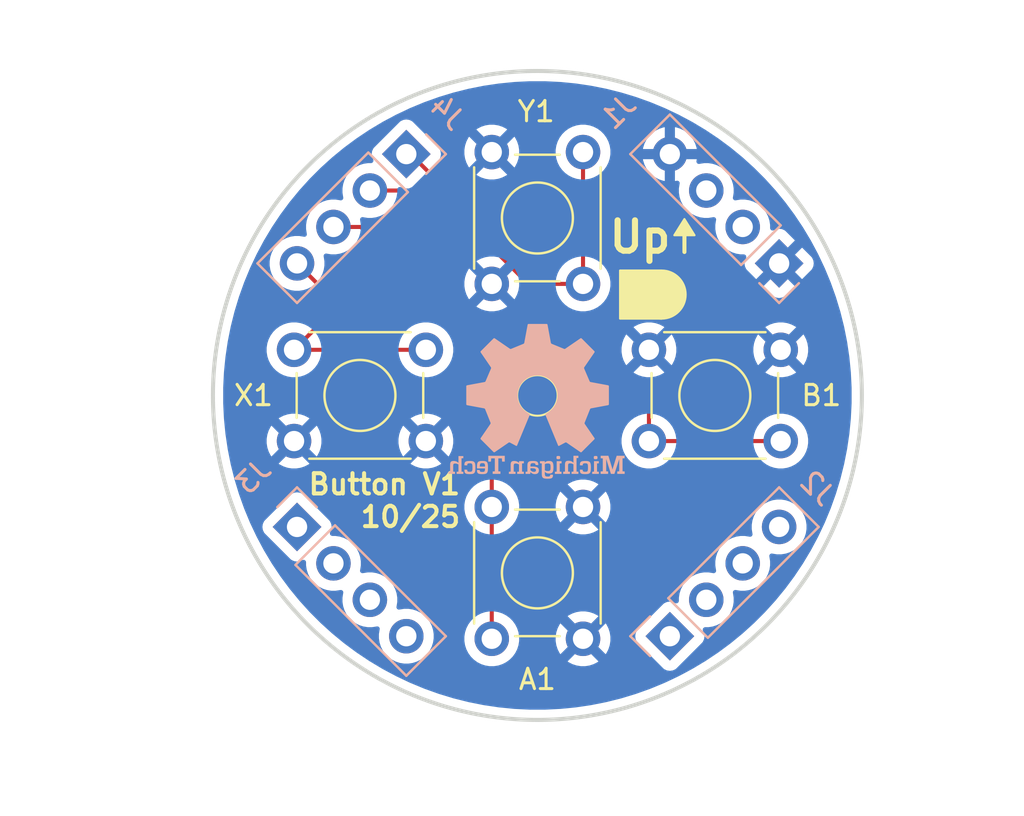
<source format=kicad_pcb>
(kicad_pcb (version 20241229) (generator "pcbnew") (generator_version "9.0")
  (layers (0 "F.Cu" signal) (2 "B.Cu" signal) (13 "F.Paste" user) (15 "B.Paste" user) (5 "F.SilkS" user "F.Silkscreen") (7 "B.SilkS" user "B.Silkscreen") (1 "F.Mask" user) (3 "B.Mask" user) (25 "Edge.Cuts" user))
  (net 0 "")
  (net 1 "Net-(J4-Pin_1)")
  (net 2 "Net-(J4-Pin_2)")
  (net 10 "GND")
  (net 13 "Net-(J4-Pin_4)")
  (net 14 "Net-(J4-Pin_3)")
  (footprint "Button_Switch_THT:SW_TH_Tactile_Omron_B3F-100x" (layer "F.Cu") (at 200 103.75 90)
    (property "Reference" "A1")
    (property "Value" "~")
  )
  (footprint "Button_Switch_THT:SW_TH_Tactile_Omron_B3F-100x" (layer "F.Cu") (at 202.25 83 -90)
    (property "Reference" "Y1")
    (property "Value" "~")
  )
  (footprint "Button_Switch_THT:SW_TH_Tactile_Omron_B3F-100x" (layer "F.Cu") (at 208.75 95 180)
    (property "Reference" "B1")
    (property "Value" "~")
  )
  (footprint "Button_Switch_THT:SW_TH_Tactile_Omron_B3F-100x" (layer "F.Cu") (at 188 92.75)
    (property "Reference" "X1")
    (property "Value" "~")
  )
  (footprint "Connector_PinHeader_2.54mm:PinHeader_1x04_P2.54mm_Vertical" (layer "B.Cu") (at 188.147207 101.484364 -135)
    (property "Reference" "J3")
    (property "Value" "Left Leg")
  )
  (footprint "Connector_PinHeader_2.54mm:PinHeader_1x04_P2.54mm_Vertical" (layer "B.Cu") (at 193.535361 83.099587 135)
    (property "Reference" "J4")
    (property "Value" "Left Arm")
  )
  (footprint "Connector_PinHeader_2.54mm:PinHeader_1x04_P2.54mm_Vertical" (layer "B.Cu") (at 206.531984 106.872517 -45)
    (property "Reference" "J2")
    (property "Value" "Right Leg")
  )
  (footprint "Connector_PinHeader_2.54mm:PinHeader_1x04_P2.54mm_Vertical" (layer "B.Cu") (at 211.920137 88.487741 45)
    (property "Reference" "J1")
    (property "Value" "Right Arm")
  )
  (gr_circle (center 206.125018 90.025633) (end 206.125018 88.838133) (stroke (width 0.1)) (fill yes) (layer "F.SilkS"))
  (gr_poly (pts (xy 207.250018 86.300512) (xy 206.750018 87.100633) (xy 207.750018 87.100633)) (stroke (width 0.1)) (fill yes) (layer "F.SilkS"))
  (gr_rect (start 204.075018 88.838133) (end 206.125018 91.213133) (stroke (width 0.1)) (fill yes) (layer "F.SilkS"))
  (gr_line (start 207.250018 87.925633) (end 207.250018 86.450633) (stroke (width 0.2)) (layer "F.SilkS"))
  (gr_circle (center 200 95) (end 201 95) (stroke (width 0.1)) (fill no) (layer "F.SilkS"))
  (gr_poly (pts (xy 196.624984 98.231207) (xy 196.588826 98.232877) (xy 196.556611 98.23581) (xy 196.528124 98.240127) (xy 196.515211 98.242843) (xy 196.50315 98.245951) (xy 196.491914 98.249466) (xy 196.481475 98.253403) (xy 196.471807 98.257777) (xy 196.462883 98.262605) (xy 196.454676 98.2679) (xy 196.44716 98.273679) (xy 196.440307 98.279956) (xy 196.434091 98.286747) (xy 196.428484 98.294067) (xy 196.423461 98.301932) (xy 196.418994 98.310355) (xy 196.415056 98.319354) (xy 196.41162 98.328942) (xy 196.40866 98.339136) (xy 196.406149 98.34995) (xy 196.40406 98.3614) (xy 196.40104 98.386268) (xy 196.399386 98.413861) (xy 196.398882 98.444302) (xy 196.538528 98.451304) (xy 196.538778 98.436785) (xy 196.539595 98.423537) (xy 196.540246 98.417375) (xy 196.541075 98.411514) (xy 196.542094 98.405948) (xy 196.543317 98.40067) (xy 196.544754 98.395676) (xy 196.546419 98.390959) (xy 196.548323 98.386514) (xy 196.550478 98.382335) (xy 196.552898 98.378416) (xy 196.555593 98.374751) (xy 196.558578 98.371335) (xy 196.561862 98.368162) (xy 196.56546 98.365225) (xy 196.569383 98.36252) (xy 196.573643 98.360041) (xy 196.578253 98.357781) (xy 196.583225 98.355735) (xy 196.588571 98.353897) (xy 196.594303 98.352262) (xy 196.600434 98.350823) (xy 196.606975 98.349576) (xy 196.61394 98.348513) (xy 196.62134 98.34763) (xy 196.629188 98.34692) (xy 196.646275 98.345998) (xy 196.6653 98.345701) (xy 196.685936 98.346036) (xy 196.704357 98.347169) (xy 196.712775 98.348096) (xy 196.720684 98.349294) (xy 196.7281 98.350788) (xy 196.735039 98.352601) (xy 196.741516 98.354759) (xy 196.747545 98.357285) (xy 196.753142 98.360202) (xy 196.758323 98.363536) (xy 196.763102 98.36731) (xy 196.767495 98.371548) (xy 196.771517 98.376274) (xy 196.775183 98.381513) (xy 196.778509 98.387287) (xy 196.78151 98.393622) (xy 196.784201 98.400542) (xy 196.786598 98.40807) (xy 196.788715 98.41623) (xy 196.790568 98.425048) (xy 196.792172 98.434545) (xy 196.793542 98.444747) (xy 196.794694 98.455678) (xy 196.795643 98.467362) (xy 196.796993 98.493084) (xy 196.797713 98.522106) (xy 196.797926 98.554619) (xy 196.797713 98.587327) (xy 196.796993 98.616492) (xy 196.795643 98.642313) (xy 196.793542 98.664986) (xy 196.790568 98.684711) (xy 196.786598 98.701683) (xy 196.784201 98.709199) (xy 196.78151 98.716101) (xy 196.778509 98.722414) (xy 196.775183 98.728163) (xy 196.771517 98.733372) (xy 196.767495 98.738066) (xy 196.763102 98.742269) (xy 196.758323 98.746007) (xy 196.753142 98.749304) (xy 196.747545 98.752184) (xy 196.741516 98.754674) (xy 196.735039 98.756796) (xy 196.720684 98.760038) (xy 196.704357 98.76211) (xy 196.685936 98.763208) (xy 196.6653 98.76353) (xy 196.646083 98.763286) (xy 196.628854 98.762514) (xy 196.613508 98.761155) (xy 196.599943 98.759147) (xy 196.593796 98.757882) (xy 196.588055 98.756432) (xy 196.582708 98.754789) (xy 196.577742 98.752947) (xy 196.573143 98.750898) (xy 196.5689 98.748634) (xy 196.564998 98.746147) (xy 196.561426 98.743431) (xy 196.55817 98.740478) (xy 196.555218 98.73728) (xy 196.552556 98.733829) (xy 196.550171 98.730119) (xy 196.548052 98.726141) (xy 196.546184 98.721888) (xy 196.544556 98.717353) (xy 196.543153 98.712528) (xy 196.541964 98.707405) (xy 196.540975 98.701977) (xy 196.539547 98.690176) (xy 196.538766 98.677064) (xy 196.538528 98.662582) (xy 196.398882 98.65669) (xy 196.399347 98.688791) (xy 196.400895 98.717837) (xy 196.403758 98.743962) (xy 196.405754 98.755972) (xy 196.408164 98.767303) (xy 196.411019 98.777972) (xy 196.414345 98.787996) (xy 196.418173 98.797392) (xy 196.422531 98.806177) (xy 196.427447 98.814367) (xy 196.432951 98.821981) (xy 196.439071 98.829034) (xy 196.445837 98.835544) (xy 196.453276 98.841528) (xy 196.461418 98.847003) (xy 196.470291 98.851985) (xy 196.479924 98.856493) (xy 196.490347 98.860542) (xy 196.501587 98.86415) (xy 196.513674 98.867333) (xy 196.526636 98.87011) (xy 196.540502 98.872496) (xy 196.555301 98.874509) (xy 196.587814 98.877483) (xy 196.624403 98.879167) (xy 196.6653 98.879699) (xy 196.706915 98.879039) (xy 196.744313 98.876898) (xy 196.761497 98.875196) (xy 196.777705 98.873032) (xy 196.792965 98.870375) (xy 196.807302 98.867195) (xy 196.820743 98.863462) (xy 196.833316 98.859145) (xy 196.845045 98.854213) (xy 196.855958 98.848636) (xy 196.86608 98.842383) (xy 196.875439 98.835424) (xy 196.884061 98.827729) (xy 196.891972 98.819266) (xy 196.899199 98.810006) (xy 196.905768 98.799917) (xy 196.911706 98.78897) (xy 196.917039 98.777134) (xy 196.921793 98.764377) (xy 196.925995 98.75067) (xy 196.929671 98.735983) (xy 196.932848 98.720284) (xy 196.935552 98.703543) (xy 196.93781 98.68573) (xy 196.941093 98.646764) (xy 196.942907 98.603142) (xy 196.943465 98.554619) (xy 196.942907 98.506303) (xy 196.941093 98.462861) (xy 196.93781 98.42405) (xy 196.932848 98.389628) (xy 196.929671 98.373987) (xy 196.925995 98.359352) (xy 196.921793 98.345694) (xy 196.917039 98.332981) (xy 196.911706 98.321183) (xy 196.905769 98.310271) (xy 196.8992 98.300214) (xy 196.891973 98.290981) (xy 196.884062 98.282543) (xy 196.87544 98.274868) (xy 196.866081 98.267927) (xy 196.855958 98.26169) (xy 196.845045 98.256126) (xy 196.833316 98.251204) (xy 196.820744 98.246895) (xy 196.807302 98.243168) (xy 196.792965 98.239993) (xy 196.777705 98.23734) (xy 196.744313 98.233477) (xy 196.706915 98.231337) (xy 196.6653 98.230678)) (stroke (width -0.000001)) (fill yes) (layer "B.SilkS"))
  (gr_poly (pts (xy 201.777031 98.313263) (xy 201.765675 98.303367) (xy 201.753962 98.293845) (xy 201.741871 98.284735) (xy 201.729382 98.276071) (xy 201.716473 98.267891) (xy 201.703125 98.260231) (xy 201.689315 98.253127) (xy 201.675023 98.246616) (xy 201.660229 98.240735) (xy 201.64491 98.23552) (xy 201.629047 98.231007) (xy 201.612618 98.227233) (xy 201.595603 98.224234) (xy 201.57798 98.222046) (xy 201.559729 98.220707) (xy 201.540829 98.220253) (xy 201.516782 98.220771) (xy 201.494691 98.222392) (xy 201.484362 98.223645) (xy 201.4745 98.22521) (xy 201.465099 98.227099) (xy 201.456153 98.229323) (xy 201.447653 98.231894) (xy 201.439594 98.234826) (xy 201.431967 98.238129) (xy 201.424767 98.241815) (xy 201.417986 98.245898) (xy 201.411617 98.250388) (xy 201.405654 98.255298) (xy 201.400088 98.260639) (xy 201.394914 98.266425) (xy 201.390124 98.272666) (xy 201.385712 98.279376) (xy 201.38167 98.286565) (xy 201.377991 98.294246) (xy 201.374669 98.302431) (xy 201.371697 98.311133) (xy 201.369066 98.320362) (xy 201.366772 98.330132) (xy 201.364806 98.340453) (xy 201.363161 98.351339) (xy 201.361831 98.362801) (xy 201.360088 98.387502) (xy 201.359519 98.414651) (xy 201.359519 98.75584) (xy 201.27009 98.761801) (xy 201.27009 98.869149) (xy 201.604011 98.869149) (xy 201.604011 98.761801) (xy 201.513418 98.75584) (xy 201.513418 98.45404) (xy 201.513705 98.439492) (xy 201.5146 98.426238) (xy 201.51615 98.414227) (xy 201.517187 98.408673) (xy 201.518406 98.403412) (xy 201.519814 98.398437) (xy 201.521417 98.393743) (xy 201.52322 98.389323) (xy 201.52523 98.385172) (xy 201.527454 98.381282) (xy 201.529897 98.377649) (xy 201.532565 98.374265) (xy 201.535465 98.371125) (xy 201.538602 98.368223) (xy 201.541983 98.365552) (xy 201.545614 98.363107) (xy 201.549501 98.360881) (xy 201.553651 98.358869) (xy 201.558068 98.357063) (xy 201.56276 98.355458) (xy 201.567733 98.354049) (xy 201.572992 98.352828) (xy 201.578545 98.351789) (xy 201.590552 98.350236) (xy 201.603805 98.34934) (xy 201.618352 98.349052) (xy 201.627811 98.349195) (xy 201.637005 98.349633) (xy 201.646005 98.350383) (xy 201.654881 98.35146) (xy 201.663701 98.35288) (xy 201.672536 98.354657) (xy 201.681455 98.356809) (xy 201.690528 98.359349) (xy 201.699825 98.362294) (xy 201.709416 98.365659) (xy 201.71937 98.36946) (xy 201.729757 98.373713) (xy 201.740647 98.378432) (xy 201.75211 98.383634) (xy 201.777031 98.395548) (xy 201.777031 98.75584) (xy 201.686385 98.761801) (xy 201.686385 98.869149) (xy 202.021542 98.869149) (xy 202.021542 98.761801) (xy 201.930895 98.75584) (xy 201.930895 98.087855) (xy 202.021542 98.083075) (xy 202.021542 97.97449) (xy 201.777031 97.97449)) (stroke (width -0.000001)) (fill yes) (layer "B.SilkS"))
  (gr_poly (pts (xy 198.836329 98.231189) (xy 198.814585 98.232785) (xy 198.804418 98.23402) (xy 198.794711 98.235562) (xy 198.785459 98.237422) (xy 198.776654 98.239612) (xy 198.76829 98.242145) (xy 198.760359 98.245031) (xy 198.752854 98.248284) (xy 198.745769 98.251913) (xy 198.739096 98.255933) (xy 198.73283 98.260353) (xy 198.726962 98.265186) (xy 198.721487 98.270444) (xy 198.716396 98.276139) (xy 198.711685 98.282282) (xy 198.707344 98.288885) (xy 198.703368 98.29596) (xy 198.69975 98.303519) (xy 198.696482 98.311574) (xy 198.693558 98.320136) (xy 198.690972 98.329217) (xy 198.688715 98.338829) (xy 198.686782 98.348983) (xy 198.685165 98.359693) (xy 198.683857 98.370968) (xy 198.682143 98.395266) (xy 198.681583 98.421971) (xy 198.681583 98.757638) (xy 198.5936 98.76353) (xy 198.5936 98.869149) (xy 198.922213 98.869149) (xy 198.922213 98.76353) (xy 198.833013 98.757638) (xy 198.833013 98.460741) (xy 198.833296 98.446428) (xy 198.834179 98.433385) (xy 198.835709 98.421567) (xy 198.836731 98.416102) (xy 198.837934 98.410924) (xy 198.839322 98.406028) (xy 198.840902 98.401408) (xy 198.84268 98.397058) (xy 198.844661 98.392972) (xy 198.846853 98.389144) (xy 198.84926 98.385568) (xy 198.851889 98.382237) (xy 198.854746 98.379146) (xy 198.857837 98.376289) (xy 198.861167 98.37366) (xy 198.864744 98.371253) (xy 198.868572 98.369062) (xy 198.872658 98.36708) (xy 198.877008 98.365302) (xy 198.881628 98.363722) (xy 198.886524 98.362334) (xy 198.891702 98.361132) (xy 198.897167 98.360109) (xy 198.908986 98.358579) (xy 198.922028 98.357697) (xy 198.936341 98.357413) (xy 198.945641 98.357554) (xy 198.95468 98.357987) (xy 198.963528 98.358726) (xy 198.972254 98.359789) (xy 198.980926 98.361188) (xy 198.989612 98.362941) (xy 198.998382 98.365062) (xy 199.007305 98.367566) (xy 199.016448 98.370469) (xy 199.025881 98.373787) (xy 199.035673 98.377533) (xy 199.045891 98.381724) (xy 199.056606 98.386375) (xy 199.067885 98.391501) (xy 199.092411 98.403239) (xy 199.092411 98.757638) (xy 199.003193 98.76353) (xy 199.003193 98.869149) (xy 199.332969 98.869149) (xy 199.332969 98.76353) (xy 199.243787 98.757638) (xy 199.243787 98.352774) (xy 199.332969 98.346882) (xy 199.332969 98.241261) (xy 199.092411 98.241261) (xy 199.092411 98.322259) (xy 199.081233 98.312521) (xy 199.069706 98.303151) (xy 199.05781 98.294183) (xy 199.045522 98.285654) (xy 199.032823 98.277601) (xy 199.019691 98.270058) (xy 199.006106 98.263063) (xy 198.992047 98.256651) (xy 198.977493 98.250858) (xy 198.962423 98.24572) (xy 198.946816 98.241274) (xy 198.930651 98.237556) (xy 198.913908 98.234601) (xy 198.896566 98.232445) (xy 198.878604 98.231125) (xy 198.86 98.230678)) (stroke (width -0.000001)) (fill yes) (layer "B.SilkS"))
  (gr_poly (pts (xy 200.55205 98.230878) (xy 200.535744 98.231509) (xy 200.520352 98.232619) (xy 200.505796 98.234252) (xy 200.491996 98.236456) (xy 200.478872 98.239278) (xy 200.466347 98.242763) (xy 200.45434 98.246958) (xy 200.442772 98.25191) (xy 200.431565 98.257665) (xy 200.420639 98.264269) (xy 200.409915 98.271769) (xy 200.399314 98.280211) (xy 200.388756 98.289643) (xy 200.378163 98.300109) (xy 200.367455 98.311657) (xy 200.367455 98.240097) (xy 200.216078 98.240097) (xy 200.216078 98.241261) (xy 200.126896 98.241261) (xy 200.126896 98.346882) (xy 200.216078 98.352775) (xy 200.216078 98.851531) (xy 200.216691 98.888835) (xy 200.218666 98.922511) (xy 200.220231 98.938041) (xy 200.222214 98.952728) (xy 200.224642 98.966591) (xy 200.227541 98.979653) (xy 200.230936 98.991934) (xy 200.234855 99.003455) (xy 200.239322 99.014238) (xy 200.244365 99.024304) (xy 200.250008 99.033673) (xy 200.256278 99.042367) (xy 200.263201 99.050407) (xy 200.270803 99.057813) (xy 200.279109 99.064608) (xy 200.288147 99.070811) (xy 200.297941 99.076444) (xy 200.308518 99.081529) (xy 200.319905 99.086085) (xy 200.332126 99.090135) (xy 200.345207 99.093699) (xy 200.359176 99.096799) (xy 200.374058 99.099455) (xy 200.389878 99.101689) (xy 200.42444 99.104972) (xy 200.463069 99.106819) (xy 200.505973 99.107397) (xy 200.545481 99.106872) (xy 200.580957 99.105233) (xy 200.612605 99.102384) (xy 200.64063 99.098228) (xy 200.653348 99.09563) (xy 200.665237 99.092669) (xy 200.676322 99.089333) (xy 200.68663 99.08561) (xy 200.696186 99.081489) (xy 200.705014 99.076956) (xy 200.713142 99.072001) (xy 200.720594 99.06661) (xy 200.727397 99.060772) (xy 200.733575 99.054475) (xy 200.739154 99.047707) (xy 200.744161 99.040456) (xy 200.748619 99.03271) (xy 200.752556 99.024456) (xy 200.755997 99.015683) (xy 200.758966 99.006378) (xy 200.761491 98.99653) (xy 200.763596 98.986126) (xy 200.766649 98.963605) (xy 200.768331 98.938717) (xy 200.768846 98.911366) (xy 200.632744 98.905543) (xy 200.632494 98.918391) (xy 200.631682 98.930123) (xy 200.631035 98.935584) (xy 200.630213 98.940781) (xy 200.629202 98.945719) (xy 200.627992 98.950403) (xy 200.62657 98.954838) (xy 200.624924 98.959029) (xy 200.623044 98.962981) (xy 200.620916 98.966699) (xy 200.61853 98.970187) (xy 200.615872 98.97345) (xy 200.612933 98.976494) (xy 200.609699 98.979324) (xy 200.606159 98.981944) (xy 200.602301 98.984359) (xy 200.598113 98.986575) (xy 200.593584 98.988595) (xy 200.588701 98.990426) (xy 200.583453 98.992071) (xy 200.577828 98.993537) (xy 200.571814 98.994827) (xy 200.565399 98.995947) (xy 200.558572 98.996902) (xy 200.55132 98.997696) (xy 200.543633 98.998335) (xy 200.526902 98.999166) (xy 200.508284 98.999434) (xy 200.486587 98.998998) (xy 200.467188 98.997652) (xy 200.458311 98.99662) (xy 200.449962 98.99534) (xy 200.442125 98.993803) (xy 200.434785 98.992004) (xy 200.427927 98.989934) (xy 200.421534 98.987588) (xy 200.415592 98.984957) (xy 200.410085 98.982035) (xy 200.404997 98.978815) (xy 200.400314 98.97529) (xy 200.396019 98.971452) (xy 200.392097 98.967294) (xy 200.388532 98.96281) (xy 200.38531 98.957992) (xy 200.382414 98.952833) (xy 200.37983 98.947326) (xy 200.377541 98.941464) (xy 200.375533 98.935241) (xy 200.373789 98.928648) (xy 200.372295 98.921679) (xy 200.369991 98.906583) (xy 200.3685 98.889898) (xy 200.367695 98.871566) (xy 200.367455 98.851531) (xy 200.367455 98.758823) (xy 200.379352 98.772227) (xy 200.390906 98.784318) (xy 200.402213 98.795156) (xy 200.413369 98.804805) (xy 200.424471 98.813326) (xy 200.430031 98.817183) (xy 200.435614 98.820781) (xy 200.441231 98.824128) (xy 200.446896 98.827232) (xy 200.452618 98.8301) (xy 200.458412 98.832741) (xy 200.464288 98.835161) (xy 200.470259 98.837369) (xy 200.476337 98.839373) (xy 200.482533 98.84118) (xy 200.495332 98.844235) (xy 200.50875 98.846595) (xy 200.522884 98.848323) (xy 200.537831 98.84948) (xy 200.553687 98.850129) (xy 200.570549 98.850332) (xy 200.599913 98.849689) (xy 200.626896 98.847609) (xy 200.639516 98.845959) (xy 200.651567 98.843865) (xy 200.663056 98.841299) (xy 200.673991 98.838231) (xy 200.684382 98.834634) (xy 200.694237 98.830479) (xy 200.703564 98.825738) (xy 200.712371 98.820383) (xy 200.720666 98.814384) (xy 200.728459 98.807714) (xy 200.735758 98.800345) (xy 200.74257 98.792248) (xy 200.748904 98.783394) (xy 200.75477 98.773756) (xy 200.760174 98.763305) (xy 200.765125 98.752012) (xy 200.769633 98.739849) (xy 200.773704 98.726788) (xy 200.777348 98.712801) (xy 200.780573 98.697859) (xy 200.783387 98.681934) (xy 200.785798 98.664996) (xy 200.787816 98.647019) (xy 200.789448 98.627974) (xy 200.791589 98.586565) (xy 200.792287 98.540542) (xy 200.649166 98.540542) (xy 200.648862 98.569499) (xy 200.647894 98.595332) (xy 200.646177 98.618212) (xy 200.643623 98.638314) (xy 200.640147 98.655811) (xy 200.638037 98.663636) (xy 200.635664 98.670876) (xy 200.633018 98.677551) (xy 200.630088 98.683683) (xy 200.626862 98.689294) (xy 200.623331 98.694406) (xy 200.619484 98.699039) (xy 200.61531 98.703217) (xy 200.610798 98.70696) (xy 200.605938 98.710291) (xy 200.600718 98.71323) (xy 200.595128 98.7158) (xy 200.589158 98.718023) (xy 200.582796 98.719919) (xy 200.568855 98.722821) (xy 200.553219 98.724678) (xy 200.535803 98.725666) (xy 200.516521 98.725956) (xy 200.503739 98.725858) (xy 200.491741 98.72555) (xy 200.480456 98.725015) (xy 200.469817 98.724237) (xy 200.459754 98.723197) (xy 200.450199 98.721879) (xy 200.441083 98.720265) (xy 200.432338 98.718337) (xy 200.423894 98.716079) (xy 200.415683 98.713473) (xy 200.407636 98.710501) (xy 200.399684 98.707147) (xy 200.391759 98.703393) (xy 200.383791 98.699221) (xy 200.375713 98.694615) (xy 200.367455 98.689557) (xy 200.367455 98.387999) (xy 200.375687 98.383369) (xy 200.383697 98.379162) (xy 200.391564 98.375362) (xy 200.39937 98.371952) (xy 200.407196 98.368915) (xy 200.415122 98.366232) (xy 200.423229 98.363887) (xy 200.431599 98.361862) (xy 200.440312 98.360141) (xy 200.449449 98.358705) (xy 200.45909 98.357537) (xy 200.469318 98.356621) (xy 200.480212 98.355938) (xy 200.491854 98.355472) (xy 200.504324 98.355205) (xy 200.517703 98.35512) (xy 200.536777 98.355436) (xy 200.554011 98.356493) (xy 200.561964 98.35735) (xy 200.569489 98.358454) (xy 200.576595 98.359824) (xy 200.583294 98.361482) (xy 200.589596 98.363448) (xy 200.595512 98.365742) (xy 200.601052 98.368384) (xy 200.606226 98.371395) (xy 200.611045 98.374796) (xy 200.61552 98.378606) (xy 200.619661 98.382847) (xy 200.623479 98.387538) (xy 200.626984 98.392701) (xy 200.630186 98.398354) (xy 200.633097 98.40452) (xy 200.635727 98.411218) (xy 200.638085 98.418468) (xy 200.640183 98.426292) (xy 200.642032 98.434709) (xy 200.643641 98.443741) (xy 200.645022 98.453406) (xy 200.646184 98.463726) (xy 200.647897 98.486413) (xy 200.648862 98.511964) (xy 200.649166 98.540542) (xy 200.792287 98.540542) (xy 200.791588 98.494704) (xy 200.789446 98.45343) (xy 200.78579 98.416499) (xy 200.780554 98.383689) (xy 200.777321 98.36876) (xy 200.773667 98.354778) (xy 200.769584 98.341715) (xy 200.765062 98.329544) (xy 200.760093 98.318237) (xy 200.754669 98.307766) (xy 200.748781 98.298103) (xy 200.74242 98.289221) (xy 200.735578 98.281093) (xy 200.728246 98.273689) (xy 200.720415 98.266983) (xy 200.712078 98.260948) (xy 200.703225 98.255554) (xy 200.693847 98.250774) (xy 200.683937 98.246582) (xy 200.673486 98.242948) (xy 200.662484 98.239846) (xy 200.650924 98.237247) (xy 200.626093 98.23345) (xy 200.598925 98.231334) (xy 200.56935 98.230678)) (stroke (width -0.000001)) (fill yes) (layer "B.SilkS"))
  (gr_poly (pts (xy 202.320487 98.231207) (xy 202.284326 98.232877) (xy 202.252108 98.23581) (xy 202.223621 98.240127) (xy 202.210708 98.242843) (xy 202.198647 98.245951) (xy 202.187411 98.249466) (xy 202.176973 98.253403) (xy 202.167306 98.257777) (xy 202.158384 98.262605) (xy 202.150178 98.2679) (xy 202.142664 98.273679) (xy 202.135813 98.279956) (xy 202.129598 98.286747) (xy 202.123994 98.294067) (xy 202.118972 98.301932) (xy 202.114507 98.310355) (xy 202.110571 98.319354) (xy 202.107137 98.328942) (xy 202.104179 98.339136) (xy 202.101669 98.34995) (xy 202.099582 98.3614) (xy 202.096564 98.386268) (xy 202.094911 98.413861) (xy 202.094408 98.444302) (xy 202.234072 98.451304) (xy 202.234323 98.436785) (xy 202.235138 98.423537) (xy 202.235789 98.417375) (xy 202.236617 98.411514) (xy 202.237636 98.405948) (xy 202.238858 98.40067) (xy 202.240295 98.395676) (xy 202.241958 98.390959) (xy 202.243861 98.386514) (xy 202.246016 98.382335) (xy 202.248434 98.378416) (xy 202.251129 98.374751) (xy 202.254112 98.371335) (xy 202.257396 98.368162) (xy 202.260992 98.365225) (xy 202.264913 98.36252) (xy 202.269172 98.360041) (xy 202.273781 98.357781) (xy 202.278751 98.355735) (xy 202.284095 98.353897) (xy 202.289826 98.352262) (xy 202.295955 98.350823) (xy 202.302495 98.349576) (xy 202.309459 98.348513) (xy 202.316857 98.34763) (xy 202.324703 98.34692) (xy 202.341787 98.345998) (xy 202.360808 98.345701) (xy 202.381438 98.346036) (xy 202.399854 98.347169) (xy 202.408269 98.348096) (xy 202.416176 98.349294) (xy 202.42359 98.350788) (xy 202.430527 98.352601) (xy 202.437002 98.354759) (xy 202.443029 98.357285) (xy 202.448625 98.360202) (xy 202.453804 98.363536) (xy 202.458582 98.36731) (xy 202.462974 98.371548) (xy 202.466995 98.376274) (xy 202.470661 98.381513) (xy 202.473986 98.387287) (xy 202.476986 98.393622) (xy 202.479677 98.400542) (xy 202.482073 98.40807) (xy 202.484189 98.41623) (xy 202.486042 98.425048) (xy 202.487646 98.434545) (xy 202.489016 98.444747) (xy 202.490168 98.455678) (xy 202.491117 98.467362) (xy 202.492466 98.493084) (xy 202.493187 98.522106) (xy 202.4934 98.554619) (xy 202.493187 98.587327) (xy 202.492466 98.616492) (xy 202.491117 98.642313) (xy 202.489016 98.664986) (xy 202.486042 98.684711) (xy 202.482073 98.701683) (xy 202.479677 98.709199) (xy 202.476986 98.716101) (xy 202.473986 98.722414) (xy 202.470661 98.728163) (xy 202.466995 98.733372) (xy 202.462974 98.738066) (xy 202.458582 98.742269) (xy 202.453804 98.746007) (xy 202.448625 98.749304) (xy 202.443029 98.752184) (xy 202.437002 98.754674) (xy 202.430527 98.756796) (xy 202.416176 98.760038) (xy 202.399854 98.76211) (xy 202.381438 98.763208) (xy 202.360808 98.76353) (xy 202.341595 98.763286) (xy 202.324369 98.762514) (xy 202.309026 98.761155) (xy 202.295464 98.759147) (xy 202.289319 98.757882) (xy 202.28358 98.756432) (xy 202.278234 98.754789) (xy 202.273269 98.752947) (xy 202.268672 98.750898) (xy 202.26443 98.748634) (xy 202.26053 98.746147) (xy 202.256959 98.743431) (xy 202.253704 98.740478) (xy 202.250753 98.73728) (xy 202.248092 98.733829) (xy 202.245709 98.730119) (xy 202.243591 98.726141) (xy 202.241724 98.721888) (xy 202.240096 98.717353) (xy 202.238694 98.712528) (xy 202.237506 98.707405) (xy 202.236518 98.701977) (xy 202.23509 98.690176) (xy 202.23431 98.677064) (xy 202.234072 98.662582) (xy 202.094408 98.65669) (xy 202.094872 98.688791) (xy 202.096419 98.717837) (xy 202.099279 98.743962) (xy 202.101274 98.755972) (xy 202.103683 98.767303) (xy 202.106535 98.777972) (xy 202.10986 98.787996) (xy 202.113686 98.797392) (xy 202.118042 98.806177) (xy 202.122956 98.814367) (xy 202.128458 98.821981) (xy 202.134577 98.829034) (xy 202.141341 98.835544) (xy 202.148778 98.841528) (xy 202.156918 98.847003) (xy 202.16579 98.851985) (xy 202.175423 98.856493) (xy 202.185844 98.860542) (xy 202.197084 98.86415) (xy 202.20917 98.867333) (xy 202.222132 98.87011) (xy 202.235999 98.872496) (xy 202.250798 98.874509) (xy 202.283313 98.877483) (xy 202.319906 98.879167) (xy 202.360808 98.879699) (xy 202.402418 98.879039) (xy 202.43981 98.876898) (xy 202.456991 98.875196) (xy 202.473197 98.873032) (xy 202.488455 98.870375) (xy 202.50279 98.867195) (xy 202.51623 98.863462) (xy 202.5288 98.859145) (xy 202.540528 98.854213) (xy 202.551439 98.848636) (xy 202.561561 98.842383) (xy 202.570919 98.835424) (xy 202.57954 98.827729) (xy 202.58745 98.819266) (xy 202.594676 98.810006) (xy 202.601244 98.799917) (xy 202.607181 98.78897) (xy 202.612514 98.777134) (xy 202.617267 98.764377) (xy 202.621469 98.75067) (xy 202.625145 98.735983) (xy 202.628322 98.720284) (xy 202.631026 98.703543) (xy 202.633283 98.68573) (xy 202.636566 98.646764) (xy 202.63838 98.603142) (xy 202.638938 98.554619) (xy 202.63838 98.506303) (xy 202.636566 98.462861) (xy 202.633283 98.42405) (xy 202.628322 98.389628) (xy 202.625145 98.373987) (xy 202.621469 98.359352) (xy 202.617267 98.345694) (xy 202.612514 98.332981) (xy 202.607181 98.321183) (xy 202.601244 98.310271) (xy 202.594676 98.300214) (xy 202.58745 98.290981) (xy 202.57954 98.282543) (xy 202.570919 98.274868) (xy 202.561561 98.267927) (xy 202.551439 98.26169) (xy 202.540528 98.256126) (xy 202.5288 98.251204) (xy 202.51623 98.246895) (xy 202.50279 98.243168) (xy 202.488455 98.239993) (xy 202.473197 98.23734) (xy 202.43981 98.233477) (xy 202.402418 98.231337) (xy 202.360808 98.230678)) (stroke (width -0.000001)) (fill yes) (layer "B.SilkS"))
  (gr_poly (pts (xy 199.740063 98.231277) (xy 199.704106 98.23316) (xy 199.671836 98.236458) (xy 199.643073 98.241297) (xy 199.629951 98.244335) (xy 199.617639 98.247808) (xy 199.606114 98.25173) (xy 199.595355 98.256119) (xy 199.585338 98.26099) (xy 199.576041 98.266359) (xy 199.567443 98.272243) (xy 199.55952 98.278658) (xy 199.552251 98.285619) (xy 199.545613 98.293143) (xy 199.539583 98.301247) (xy 199.534139 98.309945) (xy 199.52926 98.319255) (xy 199.524922 98.329192) (xy 199.521103 98.339772) (xy 199.517781 98.351013) (xy 199.514934 98.362929) (xy 199.512539 98.375536) (xy 199.509016 98.402892) (xy 199.507033 98.433209) (xy 199.506412 98.466615) (xy 199.506412 98.757638) (xy 199.417229 98.76235) (xy 199.417229 98.869149) (xy 199.647224 98.869149) (xy 199.654261 98.777607) (xy 199.667601 98.790738) (xy 199.680797 98.802873) (xy 199.6939 98.814034) (xy 199.706959 98.824239) (xy 199.720025 98.833511) (xy 199.733147 98.841868) (xy 199.746375 98.849333) (xy 199.75976 98.855925) (xy 199.77335 98.861664) (xy 199.787196 98.866572) (xy 199.801347 98.870668) (xy 199.815854 98.873974) (xy 199.830766 98.876509) (xy 199.846134 98.878295) (xy 199.862006 98.879351) (xy 199.878434 98.879699) (xy 199.891076 98.879473) (xy 199.903254 98.878803) (xy 199.914973 98.877698) (xy 199.926236 98.876166) (xy 199.937047 98.874218) (xy 199.947411 98.871861) (xy 199.957332 98.869107) (xy 199.966814 98.865963) (xy 199.97586 98.862439) (xy 199.984476 98.858545) (xy 199.992664 98.854289) (xy 200.00043 98.849681) (xy 200.007777 98.84473) (xy 200.014709 98.839446) (xy 200.021231 98.833837) (xy 200.027346 98.827913) (xy 200.033059 98.821683) (xy 200.038374 98.815156) (xy 200.043294 98.808342) (xy 200.047825 98.801249) (xy 200.051969 98.793888) (xy 200.055732 98.786267) (xy 200.059117 98.778396) (xy 200.062128 98.770283) (xy 200.064769 98.761939) (xy 200.067046 98.753372) (xy 200.06896 98.744591) (xy 200.070518 98.735606) (xy 200.072577 98.717061) (xy 200.073256 98.69781) (xy 200.072995 98.68844) (xy 199.928899 98.68844) (xy 199.928592 98.696279) (xy 199.928203 98.700132) (xy 199.927653 98.703935) (xy 199.926938 98.707681) (xy 199.926055 98.711365) (xy 199.924999 98.71498) (xy 199.923769 98.718523) (xy 199.922359 98.721986) (xy 199.920768 98.725365) (xy 199.918991 98.728654) (xy 199.917024 98.731847) (xy 199.914865 98.734939) (xy 199.91251 98.737923) (xy 199.909956 98.740796) (xy 199.907199 98.74355) (xy 199.904235 98.74618) (xy 199.901061 98.748682) (xy 199.897674 98.751048) (xy 199.894071 98.753274) (xy 199.890247 98.755354) (xy 199.886199 98.757283) (xy 199.881924 98.759054) (xy 199.877419 98.760662) (xy 199.87268 98.762103) (xy 199.867703 98.763369) (xy 199.862485 98.764456) (xy 199.857023 98.765357) (xy 199.851313 98.766068) (xy 199.845351 98.766583) (xy 199.839135 98.766896) (xy 199.832661 98.767002) (xy 199.83266 98.767002) (xy 199.819948 98.766738) (xy 199.80773 98.765931) (xy 199.795952 98.764562) (xy 199.784558 98.762608) (xy 199.773493 98.760051) (xy 199.762703 98.756868) (xy 199.752132 98.753039) (xy 199.741725 98.748544) (xy 199.731428 98.743361) (xy 199.721185 98.73747) (xy 199.710942 98.730851) (xy 199.700642 98.723482) (xy 199.690233 98.715343) (xy 199.679657 98.706413) (xy 199.668861 98.696672) (xy 199.657788 98.686098) (xy 199.657788 98.591007) (xy 199.736494 98.591007) (xy 199.766307 98.591482) (xy 199.792938 98.592881) (xy 199.81656 98.595166) (xy 199.837347 98.598301) (xy 199.855473 98.602247) (xy 199.871111 98.606967) (xy 199.884436 98.612423) (xy 199.890285 98.615415) (xy 199.895621 98.618578) (xy 199.900465 98.621905) (xy 199.904839 98.625393) (xy 199.908765 98.629037) (xy 199.912264 98.632831) (xy 199.915359 98.636772) (xy 199.918071 98.640855) (xy 199.922432 98.649427) (xy 199.925522 98.658509) (xy 199.927514 98.668064) (xy 199.928582 98.678054) (xy 199.928899 98.68844) (xy 200.072995 98.68844) (xy 200.072689 98.677468) (xy 200.070806 98.657865) (xy 200.069288 98.648365) (xy 200.06734 98.63908) (xy 200.064927 98.630019) (xy 200.062018 98.621192) (xy 200.058577 98.612609) (xy 200.054571 98.60428) (xy 200.049967 98.596215) (xy 200.04473 98.588423) (xy 200.038827 98.580915) (xy 200.032224 98.573701) (xy 200.024887 98.56679) (xy 200.016783 98.560192) (xy 200.007877 98.553918) (xy 199.998136 98.547977) (xy 199.987527 98.542378) (xy 199.976015 98.537133) (xy 199.963567 98.53225) (xy 199.950149 98.52774) (xy 199.935727 98.523613) (xy 199.920268 98.519878) (xy 199.903737 98.516545) (xy 199.886101 98.513625) (xy 199.867327 98.511126) (xy 199.84738 98.50906) (xy 199.826226 98.507436) (xy 199.803833 98.506263) (xy 199.780166 98.505553) (xy 199.755191 98.505314) (xy 199.657789 98.505314) (xy 199.657789 98.468908) (xy 199.658027 98.451417) (xy 199.658809 98.435414) (xy 199.660241 98.42085) (xy 199.662427 98.407676) (xy 199.663836 98.401594) (xy 199.665473 98.395842) (xy 199.667351 98.390411) (xy 199.669483 98.385297) (xy 199.671883 98.380493) (xy 199.674563 98.375993) (xy 199.677536 98.371791) (xy 199.680817 98.36788) (xy 199.684417 98.364254) (xy 199.68835 98.360907) (xy 199.692628 98.357833) (xy 199.697266 98.355025) (xy 199.702277 98.352478) (xy 199.707672 98.350185) (xy 199.713466 98.34814) (xy 199.719672 98.346336) (xy 199.726302 98.344768) (xy 199.73337 98.343429) (xy 199.740889 98.342314) (xy 199.748872 98.341415) (xy 199.766282 98.340242) (xy 199.785706 98.339863) (xy 199.80369 98.340142) (xy 199.81984 98.340997) (xy 199.83425 98.342453) (xy 199.847012 98.344537) (xy 199.852804 98.345822) (xy 199.85822 98.347273) (xy 199.86327 98.348895) (xy 199.867966 98.350689) (xy 199.872319 98.352659) (xy 199.876343 98.354809) (xy 199.880047 98.357142) (xy 199.883443 98.35966) (xy 199.886544 98.362367) (xy 199.889361 98.365267) (xy 199.891905 98.368362) (xy 199.894189 98.371656) (xy 199.896223 98.375153) (xy 199.898019 98.378854) (xy 199.899589 98.382763) (xy 199.900944 98.386885) (xy 199.903058 98.395775) (xy 199.904452 98.405552) (xy 199.905221 98.416239) (xy 199.905457 98.427863) (xy 200.045103 98.434865) (xy 200.044536 98.40724) (xy 200.042709 98.381956) (xy 200.041264 98.370169) (xy 200.039434 98.358939) (xy 200.037196 98.348255) (xy 200.034525 98.338109) (xy 200.031399 98.328491) (xy 200.027794 98.319391) (xy 200.023686 98.310799) (xy 200.019053 98.302705) (xy 200.01387 98.295101) (xy 200.008115 98.287976) (xy 200.001764 98.281321) (xy 199.994793 98.275126) (xy 199.987179 98.269381) (xy 199.978899 98.264076) (xy 199.969929 98.259203) (xy 199.960246 98.254752) (xy 199.949826 98.250711) (xy 199.938646 98.247073) (xy 199.926682 98.243828) (xy 199.913912 98.240965) (xy 199.900311 98.238475) (xy 199.885856 98.236348) (xy 199.870524 98.234575) (xy 199.854291 98.233146) (xy 199.81903 98.231282) (xy 199.779885 98.230678)) (stroke (width -0.000001)) (fill yes) (layer "B.SilkS"))
  (gr_poly (pts (xy 197.246074 98.231287) (xy 197.208831 98.233301) (xy 197.191806 98.234922) (xy 197.175804 98.236997) (xy 197.160795 98.239561) (xy 197.146749 98.24265) (xy 197.133634 98.246297) (xy 197.12142 98.250538) (xy 197.110078 98.255406) (xy 197.099575 98.260937) (xy 197.089883 98.267165) (xy 197.080969 98.274125) (xy 197.072805 98.281851) (xy 197.065358 98.290379) (xy 197.0586 98.299741) (xy 197.052498 98.309974) (xy 197.047023 98.321112) (xy 197.042145 98.333189) (xy 197.037832 98.34624) (xy 197.034054 98.3603) (xy 197.030781 98.375402) (xy 197.027981 98.391583) (xy 197.025626 98.408876) (xy 197.023683 98.427316) (xy 197.020916 98.467776) (xy 197.019434 98.513239) (xy 197.018994 98.563982) (xy 197.01908 98.569029) (xy 197.019351 98.573598) (xy 197.019825 98.577713) (xy 197.020144 98.579605) (xy 197.020521 98.581392) (xy 197.020958 98.583075) (xy 197.021458 98.584657) (xy 197.022023 98.586141) (xy 197.022655 98.587529) (xy 197.023356 98.588824) (xy 197.02413 98.590029) (xy 197.024977 98.591145) (xy 197.025902 98.592177) (xy 197.026906 98.593125) (xy 197.02799 98.593994) (xy 197.029159 98.594785) (xy 197.030414 98.595501) (xy 197.031757 98.596145) (xy 197.033191 98.59672) (xy 197.034718 98.597227) (xy 197.03634 98.59767) (xy 197.03806 98.598051) (xy 197.039881 98.598373) (xy 197.043831 98.598849) (xy 197.048211 98.599119) (xy 197.053038 98.599205) (xy 197.418039 98.599205) (xy 197.417155 98.626085) (xy 197.415758 98.650045) (xy 197.413747 98.671251) (xy 197.411019 98.689864) (xy 197.407474 98.706048) (xy 197.405363 98.713281) (xy 197.40301 98.719968) (xy 197.400401 98.726129) (xy 197.397524 98.731786) (xy 197.394367 98.736958) (xy 197.390917 98.741665) (xy 197.38716 98.74593) (xy 197.383085 98.749771) (xy 197.378679 98.753209) (xy 197.373929 98.756265) (xy 197.368821 98.758959) (xy 197.363345 98.761311) (xy 197.357486 98.763343) (xy 197.351232 98.765074) (xy 197.33749 98.767715) (xy 197.322015 98.7694) (xy 197.304707 98.77029) (xy 197.285465 98.770551) (xy 197.265837 98.770322) (xy 197.248275 98.769603) (xy 197.232669 98.768344) (xy 197.218907 98.766495) (xy 197.20688 98.764006) (xy 197.201482 98.762506) (xy 197.196477 98.760828) (xy 197.191851 98.758964) (xy 197.187589 98.75691) (xy 197.183678 98.754659) (xy 197.180104 98.752204) (xy 197.176853 98.749539) (xy 197.173913 98.746659) (xy 197.171268 98.743557) (xy 197.168905 98.740226) (xy 197.16681 98.73666) (xy 197.16497 98.732854) (xy 197.16337 98.728801) (xy 197.161998 98.724495) (xy 197.159878 98.715098) (xy 197.1585 98.704614) (xy 197.157755 98.692993) (xy 197.157531 98.680185) (xy 197.020176 98.674294) (xy 197.020654 98.703099) (xy 197.022236 98.729287) (xy 197.023511 98.741431) (xy 197.025146 98.75296) (xy 197.027169 98.763887) (xy 197.029607 98.774225) (xy 197.032489 98.783987) (xy 197.035843 98.793186) (xy 197.039696 98.801836) (xy 197.044077 98.809948) (xy 197.049013 98.817538) (xy 197.054533 98.824617) (xy 197.060663 98.831198) (xy 197.067433 98.837296) (xy 197.07487 98.842922) (xy 197.083002 98.84809) (xy 197.091857 98.852814) (xy 197.101462 98.857105) (xy 197.111847 98.860978) (xy 197.123038 98.864446) (xy 197.135064 98.867521) (xy 197.147953 98.870216) (xy 197.161732 98.872546) (xy 197.176429 98.874522) (xy 197.192073 98.876159) (xy 197.208691 98.877468) (xy 197.244962 98.879158) (xy 197.285465 98.879699) (xy 197.327074 98.879039) (xy 197.364467 98.876898) (xy 197.381648 98.875196) (xy 197.397854 98.873032) (xy 197.413111 98.870375) (xy 197.427447 98.867195) (xy 197.440887 98.863462) (xy 197.453457 98.859145) (xy 197.465185 98.854213) (xy 197.476096 98.848636) (xy 197.486218 98.842383) (xy 197.495576 98.835424) (xy 197.504197 98.827729) (xy 197.512107 98.819266) (xy 197.519333 98.810006) (xy 197.525901 98.799917) (xy 197.531838 98.78897) (xy 197.537171 98.777134) (xy 197.541924 98.764377) (xy 197.546126 98.75067) (xy 197.549802 98.735983) (xy 197.552979 98.720284) (xy 197.555683 98.703543) (xy 197.557941 98.68573) (xy 197.561223 98.646764) (xy 197.563037 98.603142) (xy 197.563595 98.554619) (xy 197.56304 98.506497) (xy 197.418039 98.506497) (xy 197.158712 98.506497) (xy 197.159634 98.480242) (xy 197.161132 98.456828) (xy 197.163286 98.436097) (xy 197.166176 98.41789) (xy 197.167923 98.409683) (xy 197.169884 98.402049) (xy 197.172071 98.394966) (xy 197.174492 98.388416) (xy 197.177157 98.382378) (xy 197.180078 98.376833) (xy 197.183264 98.37176) (xy 197.186725 98.367141) (xy 197.190471 98.362955) (xy 197.194513 98.359182) (xy 197.198861 98.355803) (xy 197.203523 98.352798) (xy 197.208512 98.350147) (xy 197.213837 98.34783) (xy 197.219507 98.345828) (xy 197.225534 98.344121) (xy 197.238695 98.341511) (xy 197.253402 98.339843) (xy 197.269735 98.338958) (xy 197.287776 98.338698) (xy 197.306417 98.338958) (xy 197.323224 98.339843) (xy 197.330969 98.340569) (xy 197.33829 98.341511) (xy 197.3452 98.342688) (xy 197.351709 98.344121) (xy 197.357829 98.345828) (xy 197.363572 98.34783) (xy 197.36895 98.350147) (xy 197.373974 98.352798) (xy 197.378655 98.355803) (xy 197.383006 98.359182) (xy 197.387038 98.362955) (xy 197.390763 98.367141) (xy 197.394192 98.37176) (xy 197.397336 98.376833) (xy 197.400209 98.382378) (xy 197.40282 98.388416) (xy 197.405182 98.394966) (xy 197.407307 98.402049) (xy 197.409205 98.409683) (xy 197.410889 98.41789) (xy 197.41237 98.426687) (xy 197.413661 98.436097) (xy 197.415714 98.456828) (xy 197.417143 98.480242) (xy 197.418039 98.506497) (xy 197.56304 98.506497) (xy 197.563038 98.506303) (xy 197.561227 98.462861) (xy 197.557956 98.42405) (xy 197.553015 98.389628) (xy 197.549853 98.373987) (xy 197.546196 98.359352) (xy 197.542018 98.345694) (xy 197.537292 98.332981) (xy 197.531993 98.321183) (xy 197.526095 98.310271) (xy 197.519571 98.300214) (xy 197.512396 98.290981) (xy 197.504543 98.282543) (xy 197.495987 98.274868) (xy 197.486702 98.267927) (xy 197.476661 98.26169) (xy 197.465838 98.256126) (xy 197.454208 98.251204) (xy 197.441745 98.246895) (xy 197.428422 98.243168) (xy 197.414213 98.239993) (xy 197.399093 98.23734) (xy 197.366015 98.233477) (xy 197.328979 98.231337) (xy 197.287776 98.230678)) (stroke (width -0.000001)) (fill yes) (layer "B.SilkS"))
  (gr_poly (pts (xy 201.016206 97.984129) (xy 201.003903 97.984619) (xy 200.992982 97.985516) (xy 200.983364 97.986884) (xy 200.979019 97.987766) (xy 200.974971 97.988789) (xy 200.971209 97.989963) (xy 200.967723 97.991296) (xy 200.964503 97.992796) (xy 200.96154 97.99447) (xy 200.958824 97.996327) (xy 200.956345 97.998376) (xy 200.954092 98.000624) (xy 200.952057 98.003079) (xy 200.950228 98.00575) (xy 200.948597 98.008645) (xy 200.947153 98.011771) (xy 200.945887 98.015138) (xy 200.944788 98.018752) (xy 200.943847 98.022623) (xy 200.943054 98.026759) (xy 200.942398 98.031167) (xy 200.941461 98.040834) (xy 200.940957 98.051688) (xy 200.940807 98.063796) (xy 200.940957 98.076107) (xy 200.941461 98.087113) (xy 200.942398 98.096884) (xy 200.943054 98.101328) (xy 200.943847 98.10549) (xy 200.944788 98.109378) (xy 200.945887 98.113002) (xy 200.947153 98.11637) (xy 200.948597 98.11949) (xy 200.950228 98.122373) (xy 200.952056 98.125026) (xy 200.954092 98.127459) (xy 200.956344 98.12968) (xy 200.958824 98.131698) (xy 200.96154 98.133521) (xy 200.964503 98.13516) (xy 200.967722 98.136622) (xy 200.971208 98.137916) (xy 200.974971 98.139052) (xy 200.979019 98.140038) (xy 200.983364 98.140882) (xy 200.988015 98.141594) (xy 200.992982 98.142182) (xy 201.003903 98.143024) (xy 201.016206 98.143477) (xy 201.029971 98.143612) (xy 201.04436 98.143477) (xy 201.05721 98.143024) (xy 201.068604 98.142182) (xy 201.078628 98.140882) (xy 201.083152 98.140038) (xy 201.087365 98.139052) (xy 201.091278 98.137916) (xy 201.0949 98.136622) (xy 201.098243 98.13516) (xy 201.101317 98.133521) (xy 201.104133 98.131698) (xy 201.106701 98.12968) (xy 201.109031 98.127459) (xy 201.111135 98.125026) (xy 201.113022 98.122373) (xy 201.114704 98.11949) (xy 201.116191 98.11637) (xy 201.117493 98.113002) (xy 201.118621 98.109378) (xy 201.119586 98.10549) (xy 201.120398 98.101328) (xy 201.121067 98.096884) (xy 201.12202 98.087113) (xy 201.12253 98.076107) (xy 201.122682 98.063796) (xy 201.12253 98.051688) (xy 201.12202 98.040834) (xy 201.121067 98.031167) (xy 201.120398 98.026759) (xy 201.119586 98.022623) (xy 201.118622 98.018752) (xy 201.117493 98.015138) (xy 201.116191 98.011771) (xy 201.114705 98.008645) (xy 201.113023 98.00575) (xy 201.111135 98.003079) (xy 201.109031 98.000624) (xy 201.106701 97.998376) (xy 201.104133 97.996327) (xy 201.101317 97.99447) (xy 201.098243 97.992796) (xy 201.0949 97.991296) (xy 201.091278 97.989963) (xy 201.087365 97.988789) (xy 201.083152 97.987766) (xy 201.078628 97.986884) (xy 201.073783 97.986137) (xy 201.068605 97.985516) (xy 201.05721 97.984619) (xy 201.044361 97.984129) (xy 201.029971 97.98398)) (stroke (width -0.000001)) (fill yes) (layer "B.SilkS"))
  (gr_poly (pts (xy 200.951355 98.757638) (xy 200.863284 98.76353) (xy 200.863284 98.869149) (xy 201.191897 98.869149) (xy 201.191897 98.76353) (xy 201.10155 98.757638) (xy 201.10155 98.352774) (xy 201.191897 98.348064) (xy 201.191897 98.241261) (xy 200.951355 98.241261)) (stroke (width -0.000001)) (fill yes) (layer "B.SilkS"))
  (gr_poly (pts (xy 203.12076 98.097222) (xy 203.224272 98.103607) (xy 203.224272 98.740034) (xy 203.119527 98.746476) (xy 203.119527 98.869149) (xy 203.487573 98.869149) (xy 203.487573 98.746476) (xy 203.393006 98.740034) (xy 203.393006 98.129165) (xy 203.625611 98.869149) (xy 203.798121 98.869149) (xy 204.034571 98.136839) (xy 204.034571 98.740034) (xy 203.937447 98.746476) (xy 203.937447 98.869149) (xy 204.304253 98.869149) (xy 204.304253 98.746476) (xy 204.199454 98.740034) (xy 204.199454 98.103607) (xy 204.300415 98.097222) (xy 204.300415 97.974491) (xy 203.909301 97.974491) (xy 203.730397 98.558567) (xy 203.726676 98.571089) (xy 203.723165 98.583698) (xy 203.719833 98.596364) (xy 203.716652 98.609059) (xy 203.710626 98.634419) (xy 203.704856 98.65955) (xy 203.698307 98.634419) (xy 203.691895 98.609059) (xy 203.68525 98.583698) (xy 203.681725 98.571089) (xy 203.678004 98.558567) (xy 203.501636 97.97449) (xy 203.12076 97.97449)) (stroke (width -0.000001)) (fill yes) (layer "B.SilkS"))
  (gr_poly (pts (xy 202.855536 97.984129) (xy 202.843233 97.984619) (xy 202.832312 97.985516) (xy 202.822694 97.986884) (xy 202.81835 97.987766) (xy 202.814301 97.988789) (xy 202.810539 97.989963) (xy 202.807053 97.991296) (xy 202.803833 97.992796) (xy 202.80087 97.99447) (xy 202.798154 97.996327) (xy 202.795675 97.998376) (xy 202.793422 98.000624) (xy 202.791387 98.003079) (xy 202.789558 98.00575) (xy 202.787927 98.008645) (xy 202.786483 98.011771) (xy 202.785217 98.015138) (xy 202.784118 98.018752) (xy 202.783177 98.022623) (xy 202.782384 98.026759) (xy 202.781728 98.031167) (xy 202.780792 98.040834) (xy 202.780287 98.051688) (xy 202.780137 98.063796) (xy 202.780287 98.076107) (xy 202.780792 98.087113) (xy 202.781728 98.096884) (xy 202.782384 98.101328) (xy 202.783177 98.10549) (xy 202.784118 98.109378) (xy 202.785217 98.113002) (xy 202.786483 98.11637) (xy 202.787927 98.11949) (xy 202.789558 98.122373) (xy 202.791387 98.125026) (xy 202.793422 98.127459) (xy 202.795675 98.12968) (xy 202.798154 98.131698) (xy 202.80087 98.133521) (xy 202.803833 98.13516) (xy 202.807053 98.136622) (xy 202.810539 98.137916) (xy 202.814301 98.139052) (xy 202.81835 98.140038) (xy 202.822694 98.140882) (xy 202.827345 98.141594) (xy 202.832312 98.142182) (xy 202.843233 98.143024) (xy 202.855536 98.143477) (xy 202.869302 98.143612) (xy 202.883691 98.143477) (xy 202.89654 98.143024) (xy 202.907935 98.142182) (xy 202.917959 98.140882) (xy 202.922483 98.140038) (xy 202.926696 98.139052) (xy 202.930608 98.137916) (xy 202.93423 98.136622) (xy 202.937573 98.13516) (xy 202.940647 98.133521) (xy 202.943463 98.131698) (xy 202.946031 98.12968) (xy 202.948361 98.127459) (xy 202.950465 98.125026) (xy 202.952353 98.122373) (xy 202.954035 98.11949) (xy 202.955521 98.11637) (xy 202.956823 98.113002) (xy 202.957951 98.109378) (xy 202.958916 98.10549) (xy 202.959728 98.101328) (xy 202.960397 98.096884) (xy 202.96135 98.087113) (xy 202.96186 98.076107) (xy 202.962012 98.063796) (xy 202.96186 98.051688) (xy 202.96135 98.040834) (xy 202.960397 98.031167) (xy 202.959728 98.026759) (xy 202.958916 98.022623) (xy 202.957951 98.018752) (xy 202.956823 98.015138) (xy 202.955521 98.011771) (xy 202.954035 98.008645) (xy 202.952353 98.00575) (xy 202.950465 98.003079) (xy 202.948361 98.000624) (xy 202.946031 97.998376) (xy 202.943463 97.996327) (xy 202.940647 97.99447) (xy 202.937573 97.992796) (xy 202.93423 97.991296) (xy 202.930608 97.989963) (xy 202.926696 97.988789) (xy 202.922483 97.987766) (xy 202.917959 97.986884) (xy 202.913113 97.986137) (xy 202.907935 97.985516) (xy 202.89654 97.984619) (xy 202.883691 97.984129) (xy 202.869302 97.98398)) (stroke (width -0.000001)) (fill yes) (layer "B.SilkS"))
  (gr_poly (pts (xy 202.790668 98.757638) (xy 202.702685 98.76353) (xy 202.702685 98.869149) (xy 203.031278 98.869149) (xy 203.031278 98.76353) (xy 202.940863 98.757638) (xy 202.940863 98.352774) (xy 203.031278 98.348064) (xy 203.031278 98.241261) (xy 202.790668 98.241261)) (stroke (width -0.000001)) (fill yes) (layer "B.SilkS"))
  (gr_poly (pts (xy 196.107064 98.322259) (xy 196.095884 98.312521) (xy 196.084354 98.303151) (xy 196.072454 98.294183) (xy 196.060164 98.285654) (xy 196.047462 98.277601) (xy 196.034328 98.270058) (xy 196.020741 98.263063) (xy 196.00668 98.256651) (xy 195.992124 98.250858) (xy 195.977053 98.24572) (xy 195.961446 98.241274) (xy 195.945281 98.237556) (xy 195.928539 98.234601) (xy 195.911198 98.232445) (xy 195.893238 98.231125) (xy 195.874637 98.230678) (xy 195.850969 98.231189) (xy 195.829227 98.232785) (xy 195.819061 98.23402) (xy 195.809356 98.235562) (xy 195.800105 98.237422) (xy 195.791301 98.239612) (xy 195.782937 98.242145) (xy 195.775007 98.245031) (xy 195.767503 98.248284) (xy 195.760418 98.251913) (xy 195.753747 98.255933) (xy 195.747481 98.260353) (xy 195.741613 98.265186) (xy 195.736138 98.270444) (xy 195.731048 98.276139) (xy 195.726337 98.282282) (xy 195.721996 98.288885) (xy 195.718021 98.29596) (xy 195.714403 98.303519) (xy 195.711135 98.311574) (xy 195.708211 98.320136) (xy 195.705625 98.329217) (xy 195.703368 98.338829) (xy 195.701435 98.348983) (xy 195.699818 98.359693) (xy 195.69851 98.370968) (xy 195.696796 98.395266) (xy 195.696237 98.421971) (xy 195.696237 98.757638) (xy 195.608237 98.76353) (xy 195.608237 98.869149) (xy 195.936902 98.869149) (xy 195.936902 98.76353) (xy 195.847667 98.757638) (xy 195.847667 98.460741) (xy 195.847951 98.446428) (xy 195.848833 98.433385) (xy 195.850361 98.421567) (xy 195.851383 98.416102) (xy 195.852585 98.410924) (xy 195.853972 98.406028) (xy 195.855551 98.401408) (xy 195.857327 98.397058) (xy 195.859307 98.392972) (xy 195.861497 98.389144) (xy 195.863903 98.385568) (xy 195.86653 98.382237) (xy 195.869385 98.379146) (xy 195.872474 98.376289) (xy 195.875802 98.37366) (xy 195.879376 98.371253) (xy 195.883201 98.369062) (xy 195.887285 98.36708) (xy 195.891632 98.365302) (xy 195.896249 98.363722) (xy 195.901141 98.362334) (xy 195.906315 98.361132) (xy 195.911777 98.360109) (xy 195.923587 98.358579) (xy 195.936621 98.357697) (xy 195.950925 98.357413) (xy 195.960234 98.357554) (xy 195.969281 98.357987) (xy 195.978137 98.358726) (xy 195.986868 98.359789) (xy 195.995546 98.361188) (xy 196.004237 98.362941) (xy 196.013011 98.365062) (xy 196.021937 98.367566) (xy 196.031084 98.370469) (xy 196.04052 98.373787) (xy 196.050314 98.377533) (xy 196.060535 98.381724) (xy 196.071251 98.386375) (xy 196.082533 98.391501) (xy 196.107064 98.403239) (xy 196.107064 98.757638) (xy 196.017812 98.76353) (xy 196.017812 98.869149) (xy 196.347606 98.869149) (xy 196.347606 98.76353) (xy 196.258424 98.757638) (xy 196.258424 98.10045) (xy 196.347606 98.095722) (xy 196.347606 97.988954) (xy 196.107064 97.988954)) (stroke (width -0.000001)) (fill yes) (layer "B.SilkS"))
  (gr_poly (pts (xy 199.429207 92.520988) (xy 198.651332 92.822612) (xy 197.905207 92.266987) (xy 197.333707 92.854363) (xy 197.794082 93.632238) (xy 197.476582 94.410112) (xy 196.571707 94.632363) (xy 196.571707 95.378488) (xy 197.413082 95.553112) (xy 197.540082 95.727738) (xy 197.794082 96.362737) (xy 197.333707 97.140613) (xy 197.905207 97.696237) (xy 198.270332 97.410487) (xy 198.651332 97.235862) (xy 198.921207 97.394612) (xy 199.476832 95.981738) (xy 199.318082 95.854738) (xy 199.079957 95.553112) (xy 198.921207 95.124487) (xy 199.016457 94.632363) (xy 199.159332 94.346612) (xy 199.476832 94.076738) (xy 199.968957 93.933863) (xy 200.397582 93.997363) (xy 200.842082 94.330737) (xy 201.080207 94.838738) (xy 201.000832 95.521362) (xy 200.508707 95.949987) (xy 201.080207 97.346987) (xy 201.413582 97.251737) (xy 202.143832 97.696237) (xy 202.699457 97.140613) (xy 202.223207 96.426237) (xy 202.540707 95.568987) (xy 203.413826 95.362612) (xy 203.413826 94.632363) (xy 202.540707 94.425988) (xy 202.223207 93.616363) (xy 202.699457 92.838488) (xy 202.143832 92.266987) (xy 201.334207 92.838488) (xy 200.603957 92.520988) (xy 200.397582 91.568488) (xy 199.619707 91.552613)) (stroke (width -0.000001)) (fill yes) (layer "B.SilkS"))
  (gr_poly (pts (xy 197.578183 98.264721) (xy 197.710739 98.264721) (xy 197.722221 98.102743) (xy 197.858694 98.102743) (xy 197.900745 98.105282) (xy 197.900745 98.740352) (xy 197.794895 98.746725) (xy 197.794895 98.869149) (xy 198.177499 98.869149) (xy 198.177499 98.746725) (xy 198.072953 98.740352) (xy 198.072953 98.105282) (xy 198.113699 98.102743) (xy 198.247596 98.102743) (xy 198.259114 98.264721) (xy 198.391706 98.264721) (xy 198.391706 97.976484) (xy 197.578183 97.976484)) (stroke (width -0.000001)) (fill yes) (layer "B.SilkS"))
  (gr_poly (pts (xy 199.562638 91.473287) (xy 199.560642 91.473435) (xy 199.558656 91.47368) (xy 199.556682 91.474018) (xy 199.554723 91.474448) (xy 199.552783 91.474966) (xy 199.550864 91.47557) (xy 199.54897 91.476258) (xy 199.547103 91.477028) (xy 199.545266 91.477876) (xy 199.543462 91.478801) (xy 199.541695 91.479799) (xy 199.539967 91.480869) (xy 199.538281 91.482008) (xy 199.536641 91.483214) (xy 199.535048 91.484484) (xy 199.533507 91.485815) (xy 199.53202 91.487206) (xy 199.53059 91.488653) (xy 199.529221 91.490155) (xy 199.527914 91.491708) (xy 199.526674 91.493311) (xy 199.525503 91.494961) (xy 199.524404 91.496655) (xy 199.52338 91.498391) (xy 199.522434 91.500167) (xy 199.52157 91.50198) (xy 199.520789 91.503827) (xy 199.520095 91.505707) (xy 199.519492 91.507616) (xy 199.518981 91.509552) (xy 199.518567 91.511514) (xy 199.35232 92.404782) (xy 199.351901 92.406762) (xy 199.351391 92.408749) (xy 199.350794 92.410739) (xy 199.350112 92.412728) (xy 199.348507 92.416694) (xy 199.346598 92.420621) (xy 199.344407 92.424483) (xy 199.341957 92.428255) (xy 199.339271 92.43191) (xy 199.33637 92.435423) (xy 199.333279 92.438769) (xy 199.330018 92.441921) (xy 199.326611 92.444855) (xy 199.32308 92.447543) (xy 199.319448 92.449961) (xy 199.315738 92.452083) (xy 199.31386 92.453025) (xy 199.311971 92.453883) (xy 199.310073 92.454654) (xy 199.30817 92.455335) (xy 198.709489 92.700393) (xy 198.705773 92.702027) (xy 198.701831 92.703393) (xy 198.697698 92.704492) (xy 198.693409 92.705328) (xy 198.688999 92.705901) (xy 198.684502 92.706214) (xy 198.679952 92.70627) (xy 198.675386 92.70607) (xy 198.670838 92.705617) (xy 198.666341 92.704914) (xy 198.661932 92.703961) (xy 198.657645 92.702762) (xy 198.653514 92.701318) (xy 198.649574 92.699632) (xy 198.645861 92.697706) (xy 198.642408 92.695542) (xy 197.896159 92.183468) (xy 197.894476 92.18237) (xy 197.892743 92.181357) (xy 197.890965 92.18043) (xy 197.889144 92.179587) (xy 197.887286 92.178829) (xy 197.885392 92.178155) (xy 197.883468 92.177564) (xy 197.881518 92.177057) (xy 197.879544 92.176633) (xy 197.877551 92.176292) (xy 197.873522 92.175856) (xy 197.869461 92.175746) (xy 197.865399 92.17596) (xy 197.861367 92.176495) (xy 197.857394 92.177347) (xy 197.85351 92.178514) (xy 197.851612 92.179214) (xy 197.849747 92.179993) (xy 197.84792 92.180848) (xy 197.846135 92.181781) (xy 197.844395 92.18279) (xy 197.842703 92.183875) (xy 197.841065 92.185036) (xy 197.839483 92.186273) (xy 197.837962 92.187585) (xy 197.836505 92.188971) (xy 197.208067 92.817392) (xy 197.206681 92.81885) (xy 197.20537 92.820374) (xy 197.204135 92.821958) (xy 197.202976 92.823599) (xy 197.201894 92.825293) (xy 197.200888 92.827036) (xy 197.199108 92.830655) (xy 197.197637 92.834425) (xy 197.196478 92.838315) (xy 197.195634 92.842295) (xy 197.195106 92.846335) (xy 197.194897 92.850403) (xy 197.195009 92.854469) (xy 197.195444 92.858503) (xy 197.196205 92.862474) (xy 197.197293 92.866352) (xy 197.197961 92.868246) (xy 197.198711 92.870105) (xy 197.199545 92.871925) (xy 197.200461 92.873703) (xy 197.201461 92.875435) (xy 197.202545 92.877117) (xy 197.70573 93.610471) (xy 197.707894 93.613945) (xy 197.709814 93.61767) (xy 197.711489 93.621612) (xy 197.712915 93.625738) (xy 197.714091 93.630013) (xy 197.715015 93.634404) (xy 197.715684 93.638877) (xy 197.716097 93.643399) (xy 197.716252 93.647934) (xy 197.716147 93.652451) (xy 197.715779 93.656914) (xy 197.715146 93.661291) (xy 197.714247 93.665547) (xy 197.713078 93.669648) (xy 197.711639 93.673561) (xy 197.709928 93.677252) (xy 197.445203 94.294842) (xy 197.443694 94.298633) (xy 197.441836 94.30239) (xy 197.439656 94.306091) (xy 197.437181 94.309714) (xy 197.434438 94.313235) (xy 197.431452 94.316633) (xy 197.42825 94.319884) (xy 197.424859 94.322967) (xy 197.421305 94.32586) (xy 197.417615 94.328538) (xy 197.413816 94.330981) (xy 197.409934 94.333165) (xy 197.405995 94.335069) (xy 197.402025 94.336669) (xy 197.398053 94.337943) (xy 197.394104 94.338869) (xy 196.530468 94.499418) (xy 196.530469 94.499418) (xy 196.528509 94.499843) (xy 196.526574 94.500363) (xy 196.524667 94.500976) (xy 196.522789 94.501677) (xy 196.520942 94.502464) (xy 196.519131 94.503335) (xy 196.517357 94.504286) (xy 196.515622 94.505314) (xy 196.51228 94.507591) (xy 196.509127 94.510143) (xy 196.50618 94.512945) (xy 196.503461 94.515976) (xy 196.500989 94.519212) (xy 196.498784 94.522628) (xy 196.496866 94.526203) (xy 196.49602 94.528042) (xy 196.495253 94.529912) (xy 196.494568 94.53181) (xy 196.493967 94.533733) (xy 196.493453 94.535678) (xy 196.493027 94.537642) (xy 196.492692 94.539623) (xy 196.492452 94.541616) (xy 196.492308 94.54362) (xy 196.492263 94.545631) (xy 196.492404 95.434438) (xy 196.492454 95.436446) (xy 196.492602 95.438448) (xy 196.492847 95.44044) (xy 196.493185 95.44242) (xy 196.493614 95.444384) (xy 196.494131 95.44633) (xy 196.494735 95.448253) (xy 196.495422 95.450153) (xy 196.496191 95.452024) (xy 196.497039 95.453865) (xy 196.497963 95.455673) (xy 196.498961 95.457444) (xy 196.50003 95.459175) (xy 196.501168 95.460864) (xy 196.502373 95.462507) (xy 196.503642 95.464102) (xy 196.504973 95.465645) (xy 196.506362 95.467133) (xy 196.507809 95.468564) (xy 196.50931 95.469934) (xy 196.510863 95.471241) (xy 196.512465 95.472481) (xy 196.514114 95.473652) (xy 196.515807 95.47475) (xy 196.517543 95.475773) (xy 196.519318 95.476717) (xy 196.52113 95.477579) (xy 196.522977 95.478357) (xy 196.524856 95.479047) (xy 196.526765 95.479647) (xy 196.528702 95.480153) (xy 196.530663 95.480563) (xy 197.373096 95.637337) (xy 197.375075 95.637743) (xy 197.377059 95.638241) (xy 197.379044 95.638828) (xy 197.381028 95.639502) (xy 197.384976 95.641096) (xy 197.38888 95.643) (xy 197.392713 95.645191) (xy 197.396451 95.647646) (xy 197.400067 95.650342) (xy 197.403538 95.653254) (xy 197.406837 95.656361) (xy 197.40994 95.659639) (xy 197.412821 95.663065) (xy 197.415454 95.666614) (xy 197.417816 95.670265) (xy 197.41988 95.673994) (xy 197.421621 95.677778) (xy 197.422362 95.679683) (xy 197.423014 95.681593) (xy 197.686009 96.338554) (xy 197.687636 96.342293) (xy 197.688993 96.346252) (xy 197.690083 96.350397) (xy 197.690908 96.354693) (xy 197.691471 96.359107) (xy 197.691774 96.363605) (xy 197.69182 96.368151) (xy 197.691612 96.372713) (xy 197.691151 96.377257) (xy 197.690442 96.381747) (xy 197.689485 96.38615) (xy 197.688284 96.390433) (xy 197.686841 96.39456) (xy 197.685159 96.398498) (xy 197.683241 96.402212) (xy 197.681088 96.40567) (xy 197.202545 97.10297) (xy 197.201448 97.104649) (xy 197.200437 97.106378) (xy 197.199511 97.108153) (xy 197.19867 97.109972) (xy 197.197913 97.11183) (xy 197.19724 97.113722) (xy 197.196651 97.115646) (xy 197.196145 97.117598) (xy 197.195722 97.119573) (xy 197.195381 97.121568) (xy 197.194947 97.125602) (xy 197.194838 97.129669) (xy 197.195053 97.133739) (xy 197.195588 97.13778) (xy 197.19644 97.141762) (xy 197.197608 97.145655) (xy 197.198309 97.147558) (xy 197.199087 97.149427) (xy 197.199943 97.151258) (xy 197.200875 97.153047) (xy 197.201884 97.154792) (xy 197.20297 97.156486) (xy 197.204131 97.158128) (xy 197.205368 97.159713) (xy 197.20668 97.161236) (xy 197.208066 97.162695) (xy 197.836628 97.791187) (xy 197.838074 97.792562) (xy 197.839586 97.793863) (xy 197.841159 97.79509) (xy 197.842791 97.796242) (xy 197.844476 97.797319) (xy 197.846212 97.798321) (xy 197.849818 97.800096) (xy 197.853578 97.801565) (xy 197.857462 97.802725) (xy 197.861438 97.803573) (xy 197.865476 97.804107) (xy 197.869544 97.804323) (xy 197.873612 97.804219) (xy 197.877648 97.803791) (xy 197.881623 97.803038) (xy 197.885504 97.801956) (xy 197.8874 97.80129) (xy 197.889262 97.800542) (xy 197.891085 97.799709) (xy 197.892865 97.798793) (xy 197.894598 97.797793) (xy 197.896282 97.796707) (xy 198.581271 97.326525) (xy 198.584715 97.32439) (xy 198.588404 97.322518) (xy 198.592304 97.320908) (xy 198.596381 97.319562) (xy 198.600602 97.318481) (xy 198.604934 97.317666) (xy 198.609342 97.317116) (xy 198.613793 97.316834) (xy 198.618253 97.316821) (xy 198.62269 97.317076) (xy 198.627069 97.317601) (xy 198.631357 97.318396) (xy 198.635519 97.319463) (xy 198.639524 97.320803) (xy 198.643336 97.322416) (xy 198.646923 97.324302) (xy 198.948989 97.485575) (xy 198.950794 97.486431) (xy 198.952614 97.487183) (xy 198.954446 97.487833) (xy 198.956287 97.488381) (xy 198.958135 97.488829) (xy 198.959985 97.489179) (xy 198.961834 97.489431) (xy 198.96368 97.489586) (xy 198.96552 97.489645) (xy 198.967349 97.48961) (xy 198.969165 97.489482) (xy 198.970965 97.489262) (xy 198.972746 97.488951) (xy 198.974503 97.488551) (xy 198.976236 97.488061) (xy 198.977939 97.487484) (xy 198.97961 97.486821) (xy 198.981245 97.486073) (xy 198.982842 97.485241) (xy 198.984398 97.484326) (xy 198.985908 97.483329) (xy 198.987371 97.482252) (xy 198.988783 97.481095) (xy 198.99014 97.47986) (xy 198.991439 97.478548) (xy 198.992678 97.47716) (xy 198.993853 97.475697) (xy 198.994961 97.474161) (xy 198.995999 97.472552) (xy 198.996964 97.470871) (xy 198.997852 97.469121) (xy 198.99866 97.467301) (xy 199.621453 95.962281) (xy 199.622171 95.96041) (xy 199.622794 95.95851) (xy 199.623322 95.956585) (xy 199.623758 95.954639) (xy 199.624101 95.952675) (xy 199.624355 95.950696) (xy 199.624519 95.948707) (xy 199.624596 95.94671) (xy 199.624585 95.94471) (xy 199.624489 95.94271) (xy 199.624308 95.940714) (xy 199.624045 95.938725) (xy 199.623699 95.936747) (xy 199.623272 95.934784) (xy 199.622766 95.932838) (xy 199.622181 95.930915) (xy 199.62152 95.929016) (xy 199.620782 95.927147) (xy 199.619969 95.92531) (xy 199.619083 95.923509) (xy 199.618124 95.921748) (xy 199.617095 95.920031) (xy 199.615995 95.91836) (xy 199.614826 95.91674) (xy 199.61359 95.915174) (xy 199.612287 95.913665) (xy 199.61092 95.912219) (xy 199.609488 95.910837) (xy 199.607993 95.909523) (xy 199.606437 95.908282) (xy 199.604821 95.907117) (xy 199.603145 95.906031) (xy 199.527544 95.859711) (xy 199.522115 95.85625) (xy 199.516314 95.8523) (xy 199.510252 95.847947) (xy 199.504038 95.843276) (xy 199.497784 95.838371) (xy 199.4916 95.833319) (xy 199.485596 95.828203) (xy 199.479884 95.82311) (xy 199.429833 95.788856) (xy 199.382067 95.751663) (xy 199.336718 95.711662) (xy 199.293915 95.668981) (xy 199.253787 95.623752) (xy 199.216466 95.576103) (xy 199.182082 95.526164) (xy 199.150765 95.474065) (xy 199.122644 95.419936) (xy 199.09785 95.363906) (xy 199.076514 95.306104) (xy 199.058765 95.246662) (xy 199.044734 95.185707) (xy 199.03455 95.123371) (xy 199.028345 95.059782) (xy 199.026247 94.99507) (xy 199.027526 94.94449) (xy 199.031322 94.894574) (xy 199.037572 94.845384) (xy 199.046215 94.796981) (xy 199.05719 94.749426) (xy 199.070435 94.702783) (xy 199.085887 94.657112) (xy 199.103485 94.612476) (xy 199.123168 94.568935) (xy 199.144873 94.526553) (xy 199.16854 94.48539) (xy 199.194105 94.445509) (xy 199.221508 94.406971) (xy 199.250686 94.369838) (xy 199.281578 94.334172) (xy 199.314123 94.300034) (xy 199.348258 94.267487) (xy 199.383921 94.236592) (xy 199.421051 94.20741) (xy 199.459587 94.180005) (xy 199.499466 94.154436) (xy 199.540626 94.130767) (xy 199.583007 94.109059) (xy 199.626546 94.089374) (xy 199.671181 94.071774) (xy 199.71685 94.056319) (xy 199.763493 94.043073) (xy 199.811047 94.032097) (xy 199.85945 94.023452) (xy 199.908641 94.017201) (xy 199.958558 94.013405) (xy 200.009139 94.012126) (xy 200.059721 94.013405) (xy 200.109638 94.017201) (xy 200.158831 94.023452) (xy 200.207236 94.032097) (xy 200.254792 94.043073) (xy 200.301438 94.056319) (xy 200.347111 94.071774) (xy 200.391749 94.089374) (xy 200.435292 94.109059) (xy 200.477676 94.130767) (xy 200.518841 94.154436) (xy 200.558725 94.180005) (xy 200.597265 94.20741) (xy 200.6344 94.236592) (xy 200.670069 94.267487) (xy 200.704208 94.300034) (xy 200.736758 94.334172) (xy 200.767655 94.369838) (xy 200.796838 94.406971) (xy 200.824246 94.445509) (xy 200.849816 94.48539) (xy 200.873486 94.526553) (xy 200.895196 94.568935) (xy 200.914882 94.612476) (xy 200.932484 94.657112) (xy 200.94794 94.702783) (xy 200.961187 94.749426) (xy 200.972164 94.796981) (xy 200.980809 94.845384) (xy 200.987061 94.894574) (xy 200.990858 94.94449) (xy 200.992137 94.99507) (xy 200.991609 95.027558) (xy 200.990038 95.059782) (xy 200.98744 95.091725) (xy 200.98383 95.123371) (xy 200.979225 95.154703) (xy 200.973642 95.185707) (xy 200.967097 95.216365) (xy 200.959606 95.246662) (xy 200.951185 95.27658) (xy 200.941851 95.306104) (xy 200.93162 95.335218) (xy 200.920509 95.363906) (xy 200.908533 95.39215) (xy 200.895709 95.419936) (xy 200.867582 95.474065) (xy 200.836259 95.526164) (xy 200.80187 95.576103) (xy 200.764546 95.623752) (xy 200.724417 95.668981) (xy 200.681614 95.711662) (xy 200.636267 95.751663) (xy 200.588507 95.788856) (xy 200.538464 95.82311) (xy 200.532736 95.828203) (xy 200.526721 95.833319) (xy 200.520529 95.838371) (xy 200.514266 95.843276) (xy 200.50804 95.847947) (xy 200.501959 95.8523) (xy 200.496131 95.85625) (xy 200.490663 95.859711) (xy 200.41508 95.906031) (xy 200.413399 95.907117) (xy 200.411779 95.908282) (xy 200.410219 95.909523) (xy 200.408722 95.910837) (xy 200.407288 95.912218) (xy 200.405918 95.913665) (xy 200.403377 95.91674) (xy 200.401109 95.92003) (xy 200.399122 95.923509) (xy 200.397427 95.927147) (xy 200.396032 95.930915) (xy 200.394948 95.934784) (xy 200.394183 95.938725) (xy 200.393748 95.94271) (xy 200.393651 95.94671) (xy 200.393903 95.950696) (xy 200.394162 95.952675) (xy 200.394512 95.954639) (xy 200.394954 95.956585) (xy 200.395488 95.95851) (xy 200.396117 95.96041) (xy 200.396841 95.962281) (xy 201.019688 97.467231) (xy 201.020496 97.469051) (xy 201.021384 97.470802) (xy 201.022348 97.472483) (xy 201.023386 97.474093) (xy 201.024494 97.475631) (xy 201.025669 97.477096) (xy 201.026908 97.478486) (xy 201.028207 97.4798) (xy 201.029563 97.481037) (xy 201.030974 97.482196) (xy 201.032436 97.483276) (xy 201.033946 97.484275) (xy 201.035501 97.485192) (xy 201.037097 97.486027) (xy 201.038731 97.486777) (xy 201.0404 97.487443) (xy 201.042102 97.488021) (xy 201.043832 97.488513) (xy 201.045587 97.488915) (xy 201.047365 97.489227) (xy 201.049163 97.489448) (xy 201.050976 97.489577) (xy 201.052802 97.489612) (xy 201.054638 97.489552) (xy 201.05648 97.489397) (xy 201.058325 97.489144) (xy 201.060171 97.488793) (xy 201.062013 97.488343) (xy 201.06385 97.487792) (xy 201.065676 97.487139) (xy 201.06749 97.486383) (xy 201.069289 97.485522) (xy 201.371408 97.324233) (xy 201.374986 97.322349) (xy 201.378792 97.320741) (xy 201.382792 97.319406) (xy 201.386952 97.318344) (xy 201.391239 97.317553) (xy 201.395619 97.317032) (xy 201.400058 97.316781) (xy 201.404522 97.316798) (xy 201.408978 97.317081) (xy 201.413392 97.317631) (xy 201.417729 97.318446) (xy 201.421957 97.319524) (xy 201.426041 97.320866) (xy 201.429948 97.322468) (xy 201.433644 97.324332) (xy 201.437094 97.326455) (xy 202.122013 97.796637) (xy 202.123694 97.797722) (xy 202.125426 97.798723) (xy 202.127204 97.799639) (xy 202.129024 97.800471) (xy 202.130884 97.80122) (xy 202.132777 97.801885) (xy 202.134702 97.802468) (xy 202.136654 97.802968) (xy 202.138629 97.803386) (xy 202.140624 97.803722) (xy 202.144656 97.804149) (xy 202.148719 97.804254) (xy 202.152784 97.804039) (xy 202.156818 97.803506) (xy 202.160793 97.802659) (xy 202.164676 97.8015) (xy 202.166574 97.800805) (xy 202.168437 97.800033) (xy 202.170262 97.799184) (xy 202.172046 97.79826) (xy 202.173783 97.797259) (xy 202.175471 97.796183) (xy 202.177106 97.795033) (xy 202.178683 97.793807) (xy 202.180199 97.792507) (xy 202.18165 97.791134) (xy 202.810282 97.162625) (xy 202.811662 97.161168) (xy 202.812968 97.159646) (xy 202.814199 97.158064) (xy 202.815355 97.156424) (xy 202.816435 97.154732) (xy 202.81744 97.15299) (xy 202.819221 97.149374) (xy 202.820694 97.145607) (xy 202.821857 97.141718) (xy 202.822706 97.13774) (xy 202.82324 97.133702) (xy 202.823455 97.129634) (xy 202.823347 97.125567) (xy 202.822915 97.121533) (xy 202.822156 97.11756) (xy 202.821066 97.11368) (xy 202.820396 97.111784) (xy 202.819643 97.109923) (xy 202.818806 97.1081) (xy 202.817884 97.106319) (xy 202.816877 97.104584) (xy 202.815785 97.1029) (xy 202.337313 96.405599) (xy 202.335139 96.402153) (xy 202.333203 96.398447) (xy 202.331507 96.394515) (xy 202.330053 96.390392) (xy 202.328844 96.386112) (xy 202.327881 96.381708) (xy 202.327167 96.377217) (xy 202.326703 96.372672) (xy 202.326493 96.368107) (xy 202.326537 96.363557) (xy 202.326839 96.359057) (xy 202.327401 96.35464) (xy 202.328224 96.350342) (xy 202.329311 96.346196) (xy 202.330664 96.342238) (xy 202.332286 96.338501) (xy 202.595282 95.681593) (xy 202.595932 95.679677) (xy 202.596673 95.677766) (xy 202.598416 95.673972) (xy 202.600484 95.670234) (xy 202.602853 95.666576) (xy 202.605495 95.663021) (xy 202.608387 95.659591) (xy 202.611501 95.656309) (xy 202.614812 95.653199) (xy 202.618295 95.650284) (xy 202.621924 95.647587) (xy 202.625673 95.645131) (xy 202.629517 95.642938) (xy 202.63343 95.641032) (xy 202.637385 95.639436) (xy 202.641358 95.638174) (xy 202.643343 95.637674) (xy 202.645323 95.637267) (xy 203.487684 95.480493) (xy 203.48965 95.480089) (xy 203.49159 95.479588) (xy 203.493503 95.478993) (xy 203.495387 95.478307) (xy 203.497238 95.477532) (xy 203.499054 95.476673) (xy 203.500833 95.475731) (xy 203.502572 95.47471) (xy 203.504269 95.473614) (xy 203.505921 95.472444) (xy 203.509082 95.469899) (xy 203.512036 95.467098) (xy 203.514761 95.464066) (xy 203.51724 95.460829) (xy 203.519452 95.457409) (xy 203.521377 95.453832) (xy 203.522996 95.450122) (xy 203.523685 95.448225) (xy 203.52429 95.446303) (xy 203.524808 95.44436) (xy 203.525238 95.4424) (xy 203.525577 95.440424) (xy 203.525822 95.438436) (xy 203.52597 95.43644) (xy 203.52602 95.434438) (xy 203.526061 94.684839) (xy 203.336866 94.684839) (xy 203.336824 95.337266) (xy 202.611264 95.472256) (xy 202.601079 95.474451) (xy 202.591343 95.476912) (xy 202.582035 95.479629) (xy 202.57313 95.482588) (xy 202.564605 95.485777) (xy 202.556439 95.489184) (xy 202.548606 95.492797) (xy 202.541086 95.496605) (xy 202.533853 95.500594) (xy 202.526886 95.504752) (xy 202.520161 95.509068) (xy 202.513655 95.513529) (xy 202.507345 95.518123) (xy 202.501209 95.522838) (xy 202.495222 95.527661) (xy 202.489362 95.532581) (xy 202.479168 95.542284) (xy 202.47418 95.547321) (xy 202.469274 95.552506) (xy 202.464457 95.55786) (xy 202.459735 95.563399) (xy 202.455116 95.569144) (xy 202.450607 95.575113) (xy 202.446214 95.581325) (xy 202.441944 95.587798) (xy 202.437804 95.594551) (xy 202.433802 95.601603) (xy 202.429943 95.608973) (xy 202.426235 95.616679) (xy 202.422685 95.62474) (xy 202.4193 95.633176) (xy 202.157715 96.286838) (xy 202.154846 96.293838) (xy 202.152248 96.300724) (xy 202.149909 96.307502) (xy 202.147817 96.314176) (xy 202.145959 96.320749) (xy 202.144321 96.327226) (xy 202.142892 96.333612) (xy 202.141659 96.339911) (xy 202.14061 96.346127) (xy 202.13973 96.352264) (xy 202.139009 96.358327) (xy 202.138432 96.36432) (xy 202.137664 96.376114) (xy 202.137325 96.387679) (xy 202.138101 96.405311) (xy 202.138803 96.414089) (xy 202.139754 96.422863) (xy 202.140983 96.431648) (xy 202.142521 96.440461) (xy 202.144396 96.449317) (xy 202.146638 96.458233) (xy 202.149277 96.467223) (xy 202.152343 96.476305) (xy 202.155865 96.485493) (xy 202.159872 96.494803) (xy 202.164395 96.504252) (xy 202.169463 96.513856) (xy 202.175105 96.523629) (xy 202.181351 96.533588) (xy 202.59299 97.13354) (xy 202.131504 97.594867) (xy 201.544323 97.191784) (xy 201.534748 97.185688) (xy 201.525301 97.18017) (xy 201.515974 97.175203) (xy 201.506758 97.170759) (xy 201.497647 97.166813) (xy 201.488632 97.163338) (xy 201.479705 97.160307) (xy 201.470859 97.157694) (xy 201.462086 97.155472) (xy 201.453378 97.153613) (xy 201.444728 97.152093) (xy 201.436127 97.150883) (xy 201.427568 97.149957) (xy 201.419044 97.14929) (xy 201.410545 97.148853) (xy 201.402065 97.148621) (xy 201.388186 97.149044) (xy 201.381146 97.149496) (xy 201.374036 97.150131) (xy 201.366854 97.150967) (xy 201.359595 97.152021) (xy 201.352258 97.153311) (xy 201.34484 97.154854) (xy 201.337338 97.156669) (xy 201.329749 97.158772) (xy 201.322071 97.161181) (xy 201.314301 97.163913) (xy 201.306436 97.166987) (xy 201.298473 97.170419) (xy 201.29041 97.174228) (xy 201.282244 97.178431) (xy 201.129756 97.259922) (xy 200.617911 96.022854) (xy 200.622511 96.01948) (xy 200.627021 96.016087) (xy 200.631454 96.012672) (xy 200.635823 96.009228) (xy 200.640143 96.005751) (xy 200.644427 96.002236) (xy 200.652942 95.995073) (xy 200.71124 95.954166) (xy 200.766873 95.909843) (xy 200.819689 95.862257) (xy 200.869537 95.811561) (xy 200.916266 95.757906) (xy 200.959726 95.701446) (xy 200.999765 95.642333) (xy 201.036233 95.58072) (xy 201.068978 95.516758) (xy 201.097849 95.450602) (xy 201.122696 95.382402) (xy 201.143368 95.312312) (xy 201.159713 95.240484) (xy 201.171581 95.16707) (xy 201.17882 95.092224) (xy 201.18128 95.016097) (xy 201.179734 94.955769) (xy 201.17519 94.896234) (xy 201.167719 94.837566) (xy 201.157397 94.779839) (xy 201.144297 94.723126) (xy 201.128492 94.6675) (xy 201.110055 94.613035) (xy 201.089061 94.559805) (xy 201.065582 94.507883) (xy 201.039693 94.457343) (xy 201.011467 94.408258) (xy 200.980977 94.360702) (xy 200.948297 94.314748) (xy 200.913501 94.270471) (xy 200.876661 94.227942) (xy 200.837852 94.187237) (xy 200.797148 94.148428) (xy 200.754621 94.111589) (xy 200.710345 94.076794) (xy 200.664394 94.044116) (xy 200.616842 94.013629) (xy 200.567761 93.985406) (xy 200.517226 93.95952) (xy 200.46531 93.936046) (xy 200.412086 93.915057) (xy 200.357628 93.896627) (xy 200.30201 93.880828) (xy 200.245305 93.867734) (xy 200.187587 93.85742) (xy 200.128929 93.849958) (xy 200.069404 93.845423) (xy 200.009087 93.843887) (xy 199.94877 93.845423) (xy 199.889247 93.849958) (xy 199.830589 93.85742) (xy 199.772872 93.867734) (xy 199.716168 93.880828) (xy 199.660552 93.896627) (xy 199.606096 93.915057) (xy 199.552875 93.936046) (xy 199.500961 93.95952) (xy 199.450429 93.985406) (xy 199.401351 94.013629) (xy 199.353802 94.044116) (xy 199.307855 94.076794) (xy 199.263584 94.111589) (xy 199.221061 94.148428) (xy 199.180362 94.187237) (xy 199.141558 94.227942) (xy 199.104724 94.270471) (xy 199.069933 94.314748) (xy 199.037259 94.360702) (xy 199.006776 94.408258) (xy 198.978556 94.457343) (xy 198.952674 94.507883) (xy 198.929203 94.559805) (xy 198.908216 94.613035) (xy 198.889787 94.6675) (xy 198.87399 94.723126) (xy 198.860899 94.779839) (xy 198.850585 94.837566) (xy 198.843125 94.896234) (xy 198.838589 94.955769) (xy 198.837054 95.016097) (xy 198.837667 95.054311) (xy 198.839496 95.092225) (xy 198.84252 95.129818) (xy 198.846721 95.167073) (xy 198.852079 95.20397) (xy 198.858577 95.24049) (xy 198.866194 95.276614) (xy 198.874913 95.312322) (xy 198.884714 95.347597) (xy 198.895577 95.382418) (xy 198.920419 95.450623) (xy 198.949285 95.516786) (xy 198.982025 95.580753) (xy 199.018488 95.642372) (xy 199.058521 95.70149) (xy 199.101973 95.757955) (xy 199.148692 95.811613) (xy 199.198528 95.862312) (xy 199.251328 95.909899) (xy 199.306941 95.954221) (xy 199.365215 95.995126) (xy 199.373807 96.002322) (xy 199.378118 96.005847) (xy 199.382454 96.00933) (xy 199.38683 96.012774) (xy 199.391257 96.016185) (xy 199.395748 96.019567) (xy 199.400316 96.022925) (xy 198.888418 97.259922) (xy 198.735912 97.178431) (xy 198.735841 97.178431) (xy 198.727794 97.174281) (xy 198.719849 97.170513) (xy 198.711999 97.167109) (xy 198.70424 97.164054) (xy 198.696567 97.161332) (xy 198.688974 97.158925) (xy 198.681457 97.156817) (xy 198.674009 97.154993) (xy 198.666625 97.153435) (xy 198.659301 97.152127) (xy 198.65203 97.151054) (xy 198.644808 97.150198) (xy 198.63763 97.149543) (xy 198.63049 97.149072) (xy 198.616303 97.148621) (xy 198.607915 97.14884) (xy 198.599488 97.149264) (xy 198.591017 97.149919) (xy 198.582496 97.150832) (xy 198.57392 97.15203) (xy 198.565281 97.153538) (xy 198.556575 97.155384) (xy 198.547795 97.157594) (xy 198.538937 97.160195) (xy 198.529993 97.163213) (xy 198.520959 97.166675) (xy 198.511828 97.170607) (xy 198.502594 97.175037) (xy 198.493253 97.179989) (xy 198.483797 97.185492) (xy 198.474221 97.191571) (xy 197.88667 97.594867) (xy 197.425307 97.133539) (xy 197.836875 96.533764) (xy 197.843174 96.523792) (xy 197.848857 96.514002) (xy 197.853954 96.504377) (xy 197.858497 96.494905) (xy 197.862515 96.485569) (xy 197.866041 96.476355) (xy 197.869104 96.467248) (xy 197.871736 96.458234) (xy 197.873968 96.449298) (xy 197.87583 96.440425) (xy 197.877354 96.4316) (xy 197.878569 96.422808) (xy 197.879508 96.414035) (xy 197.880201 96.405265) (xy 197.880679 96.396485) (xy 197.880972 96.387679) (xy 197.880683 96.376359) (xy 197.879977 96.364743) (xy 197.878739 96.352791) (xy 197.877883 96.346677) (xy 197.876851 96.340464) (xy 197.875628 96.334147) (xy 197.874199 96.327722) (xy 197.87255 96.321183) (xy 197.870666 96.314525) (xy 197.868533 96.307743) (xy 197.866136 96.300833) (xy 197.863461 96.29379) (xy 197.860494 96.286608) (xy 197.599314 95.63441) (xy 197.595949 95.62592) (xy 197.592419 95.6178) (xy 197.588729 95.610032) (xy 197.584887 95.602598) (xy 197.580899 95.595479) (xy 197.57677 95.588658) (xy 197.572507 95.582115) (xy 197.568115 95.575834) (xy 197.563602 95.569794) (xy 197.558973 95.563979) (xy 197.554234 95.55837) (xy 197.549392 95.552949) (xy 197.544452 95.547697) (xy 197.539422 95.542596) (xy 197.534306 95.537628) (xy 197.529111 95.532775) (xy 197.517292 95.523003) (xy 197.511158 95.518273) (xy 197.504846 95.513663) (xy 197.498335 95.509187) (xy 197.491604 95.504857) (xy 197.484633 95.500685) (xy 197.477399 95.496683) (xy 197.469882 95.492865) (xy 197.46206 95.489243) (xy 197.453914 95.48583) (xy 197.44542 95.482637) (xy 197.43656 95.479678) (xy 197.42731 95.476964) (xy 197.417652 95.47451) (xy 197.407562 95.472326) (xy 196.681474 95.337194) (xy 196.681474 94.684839) (xy 197.428905 94.545792) (xy 197.438859 94.543608) (xy 197.44837 94.54118) (xy 197.457462 94.538517) (xy 197.466159 94.53563) (xy 197.474484 94.53253) (xy 197.48246 94.529228) (xy 197.490112 94.525735) (xy 197.497463 94.522061) (xy 197.504536 94.518216) (xy 197.511356 94.514212) (xy 197.517945 94.51006) (xy 197.524328 94.505769) (xy 197.530528 94.501351) (xy 197.536569 94.496817) (xy 197.542474 94.492177) (xy 197.548267 94.487442) (xy 197.55842 94.478128) (xy 197.563393 94.473292) (xy 197.568291 94.468313) (xy 197.573107 94.463171) (xy 197.577836 94.457847) (xy 197.582473 94.452323) (xy 197.587013 94.446579) (xy 197.591449 94.440597) (xy 197.595777 94.434358) (xy 197.599991 94.427843) (xy 197.604085 94.421033) (xy 197.608054 94.413908) (xy 197.611893 94.406451) (xy 197.615596 94.398643) (xy 197.619158 94.390464) (xy 197.619229 94.390464) (xy 197.883882 93.772891) (xy 197.886849 93.765967) (xy 197.889551 93.759124) (xy 197.892001 93.752356) (xy 197.894207 93.74566) (xy 197.896182 93.739032) (xy 197.897934 93.732467) (xy 197.899475 93.725962) (xy 197.900816 93.719511) (xy 197.901966 93.713111) (xy 197.902936 93.706758) (xy 197.903738 93.700448) (xy 197.904381 93.694176) (xy 197.904876 93.687937) (xy 197.905233 93.681729) (xy 197.905578 93.669386) (xy 197.90483 93.652027) (xy 197.904148 93.643327) (xy 197.903219 93.634601) (xy 197.902013 93.62584) (xy 197.900499 93.617034) (xy 197.898647 93.608175) (xy 197.896427 93.599254) (xy 197.893809 93.59026) (xy 197.89076 93.581185) (xy 197.887252 93.57202) (xy 197.883253 93.562755) (xy 197.878734 93.553382) (xy 197.873663 93.543891) (xy 197.86801 93.534272) (xy 197.861745 93.524518) (xy 197.42543 92.888724) (xy 197.88674 92.427291) (xy 198.535691 92.872725) (xy 198.545724 92.879005) (xy 198.55556 92.884663) (xy 198.565214 92.889731) (xy 198.574702 92.894241) (xy 198.58404 92.898226) (xy 198.593244 92.901716) (xy 198.60233 92.904744) (xy 198.611314 92.907341) (xy 198.620211 92.90954) (xy 198.629038 92.911372) (xy 198.63781 92.91287) (xy 198.646544 92.914064) (xy 198.655254 92.914988) (xy 198.663957 92.915673) (xy 198.681406 92.916452) (xy 198.693082 92.916125) (xy 198.70489 92.915369) (xy 198.716884 92.914084) (xy 198.722969 92.913212) (xy 198.729122 92.91217) (xy 198.735349 92.910945) (xy 198.741658 92.909526) (xy 198.748055 92.9079) (xy 198.754548 92.906053) (xy 198.761143 92.903975) (xy 198.767848 92.901651) (xy 198.774669 92.899071) (xy 198.781613 92.89622) (xy 199.378233 92.652029) (xy 199.386766 92.648529) (xy 199.394908 92.64487) (xy 199.402679 92.641061) (xy 199.410099 92.637106) (xy 199.417188 92.633014) (xy 199.423966 92.628789) (xy 199.430453 92.624439) (xy 199.436668 92.619971) (xy 199.442632 92.615389) (xy 199.448364 92.610702) (xy 199.453884 92.605916) (xy 199.459213 92.601036) (xy 199.464369 92.596069) (xy 199.469373 92.591023) (xy 199.474245 92.585903) (xy 199.479004 92.580715) (xy 199.488536 92.568988) (xy 199.493143 92.562924) (xy 199.49763 92.556696) (xy 199.501988 92.550279) (xy 199.506205 92.543648) (xy 199.510272 92.536781) (xy 199.514178 92.529653) (xy 199.517913 92.522239) (xy 199.521467 92.514517) (xy 199.52483 92.506461) (xy 199.527991 92.498048) (xy 199.530939 92.489255) (xy 199.533666 92.480056) (xy 199.53616 92.470428) (xy 199.538412 92.460347) (xy 199.68298 91.683336) (xy 200.335319 91.683336) (xy 200.480064 92.461088) (xy 200.482262 92.470994) (xy 200.484709 92.480471) (xy 200.487395 92.489542) (xy 200.490309 92.49823) (xy 200.493439 92.506557) (xy 200.496776 92.514544) (xy 200.500308 92.522215) (xy 200.504026 92.52959) (xy 200.507918 92.536693) (xy 200.511974 92.543545) (xy 200.516183 92.55017) (xy 200.520535 92.556588) (xy 200.525019 92.562822) (xy 200.529623 92.568895) (xy 200.534339 92.574828) (xy 200.539154 92.580644) (xy 200.548721 92.590891) (xy 200.553698 92.59591) (xy 200.55883 92.600852) (xy 200.564135 92.605709) (xy 200.569633 92.610476) (xy 200.575342 92.615145) (xy 200.581282 92.61971) (xy 200.587472 92.624165) (xy 200.59393 92.628503) (xy 200.600675 92.632717) (xy 200.607727 92.636802) (xy 200.615104 92.64075) (xy 200.622826 92.644556) (xy 200.630911 92.648211) (xy 200.639378 92.651711) (xy 201.235855 92.895798) (xy 201.242888 92.898702) (xy 201.249802 92.901331) (xy 201.256602 92.903697) (xy 201.263294 92.905814) (xy 201.269882 92.907692) (xy 201.276372 92.909346) (xy 201.282769 92.910787) (xy 201.289078 92.912028) (xy 201.295304 92.913081) (xy 201.301452 92.91396) (xy 201.307527 92.914676) (xy 201.313536 92.915242) (xy 201.32537 92.915975) (xy 201.336996 92.916259) (xy 201.354575 92.915524) (xy 201.363315 92.914855) (xy 201.372046 92.913943) (xy 201.380787 92.912756) (xy 201.389556 92.911262) (xy 201.398372 92.90943) (xy 201.407252 92.907228) (xy 201.416214 92.904624) (xy 201.425278 92.901587) (xy 201.43446 92.898084) (xy 201.44378 92.894084) (xy 201.453256 92.889555) (xy 201.462905 92.884466) (xy 201.472747 92.878785) (xy 201.482799 92.872479) (xy 202.131434 92.427221) (xy 202.592796 92.888601) (xy 202.155934 93.525206) (xy 202.149791 93.535077) (xy 202.144247 93.54477) (xy 202.139272 93.554298) (xy 202.134837 93.563674) (xy 202.130912 93.572913) (xy 202.127467 93.582026) (xy 202.124473 93.591029) (xy 202.1219 93.599933) (xy 202.119717 93.608754) (xy 202.117896 93.617503) (xy 202.116407 93.626195) (xy 202.11522 93.634843) (xy 202.114304 93.64346) (xy 202.113632 93.65206) (xy 202.113172 93.660657) (xy 202.112895 93.669263) (xy 202.11326 93.681939) (xy 202.114153 93.69473) (xy 202.114828 93.701181) (xy 202.115671 93.707676) (xy 202.116694 93.714221) (xy 202.117909 93.720821) (xy 202.119327 93.727482) (xy 202.120962 93.734208) (xy 202.122824 93.741005) (xy 202.124925 93.747879) (xy 202.127278 93.754834) (xy 202.129895 93.761876) (xy 202.132787 93.76901) (xy 202.135967 93.776242) (xy 202.399192 94.390393) (xy 202.399227 94.390358) (xy 202.399262 94.390323) (xy 202.402811 94.398496) (xy 202.406501 94.406299) (xy 202.410327 94.413751) (xy 202.414283 94.420872) (xy 202.418365 94.42768) (xy 202.422567 94.434194) (xy 202.426884 94.440432) (xy 202.43131 94.446414) (xy 202.43584 94.452159) (xy 202.440469 94.457686) (xy 202.44519 94.463013) (xy 202.45 94.46816) (xy 202.454893 94.473145) (xy 202.459862 94.477987) (xy 202.464904 94.482705) (xy 202.470012 94.487319) (xy 202.481746 94.496719) (xy 202.48781 94.501265) (xy 202.494037 94.505693) (xy 202.500448 94.509993) (xy 202.507066 94.514153) (xy 202.513914 94.518162) (xy 202.521015 94.52201) (xy 202.528391 94.525686) (xy 202.536065 94.529178) (xy 202.54406 94.532476) (xy 202.552398 94.535569) (xy 202.561102 94.538446) (xy 202.570195 94.541095) (xy 202.5797 94.543506) (xy 202.589639 94.545669) (xy 203.336866 94.684839) (xy 203.526061 94.684839) (xy 203.526068 94.545561) (xy 203.526018 94.543556) (xy 203.52587 94.541558) (xy 203.525626 94.53957) (xy 203.525288 94.537595) (xy 203.52486 94.535636) (xy 203.524343 94.533696) (xy 203.52374 94.531777) (xy 203.523053 94.529883) (xy 203.522285 94.528017) (xy 203.521437 94.52618) (xy 203.520514 94.524378) (xy 203.519516 94.522611) (xy 203.518447 94.520884) (xy 203.517309 94.519199) (xy 203.516103 94.517559) (xy 203.514834 94.515968) (xy 203.513502 94.514427) (xy 203.512111 94.51294) (xy 203.510663 94.51151) (xy 203.509161 94.510139) (xy 203.507606 94.508831) (xy 203.506001 94.507589) (xy 203.504349 94.506416) (xy 203.502651 94.505313) (xy 203.500912 94.504285) (xy 203.499132 94.503335) (xy 203.497314 94.502464) (xy 203.495461 94.501677) (xy 203.493576 94.500976) (xy 203.49166 94.500364) (xy 203.489715 94.499844) (xy 203.487746 94.499418) (xy 202.624174 94.338869) (xy 202.622193 94.338451) (xy 202.620204 94.337943) (xy 202.616214 94.336669) (xy 202.612233 94.335069) (xy 202.608284 94.333165) (xy 202.604396 94.330981) (xy 202.600594 94.328538) (xy 202.596904 94.32586) (xy 202.593352 94.322967) (xy 202.589965 94.319884) (xy 202.58677 94.316633) (xy 202.583791 94.313235) (xy 202.581056 94.309714) (xy 202.57859 94.306091) (xy 202.576421 94.30239) (xy 202.575455 94.300517) (xy 202.574573 94.298633) (xy 202.573779 94.296741) (xy 202.573074 94.294842) (xy 202.308297 93.677252) (xy 202.306594 93.673561) (xy 202.305164 93.669648) (xy 202.304002 93.665547) (xy 202.303108 93.661291) (xy 202.302479 93.656914) (xy 202.302113 93.652451) (xy 202.302007 93.647934) (xy 202.302161 93.643399) (xy 202.30257 93.638877) (xy 202.303235 93.634404) (xy 202.304151 93.630013) (xy 202.305318 93.625738) (xy 202.306732 93.621612) (xy 202.308392 93.61767) (xy 202.310296 93.613945) (xy 202.312442 93.610471) (xy 202.815662 92.877117) (xy 202.816758 92.875435) (xy 202.817769 92.873703) (xy 202.818694 92.871925) (xy 202.819535 92.870105) (xy 202.82029 92.868246) (xy 202.820962 92.866352) (xy 202.82155 92.864427) (xy 202.822055 92.862474) (xy 202.822476 92.860499) (xy 202.822815 92.858503) (xy 202.823247 92.854469) (xy 202.823353 92.850403) (xy 202.823136 92.846335) (xy 202.8226 92.842296) (xy 202.821747 92.838315) (xy 202.820581 92.834425) (xy 202.819881 92.832523) (xy 202.819105 92.830655) (xy 202.818251 92.828825) (xy 202.817321 92.827036) (xy 202.816315 92.825293) (xy 202.815233 92.823599) (xy 202.814077 92.821958) (xy 202.812845 92.820374) (xy 202.811539 92.818851) (xy 202.810158 92.817392) (xy 202.181651 92.188971) (xy 202.1802 92.187585) (xy 202.178684 92.186273) (xy 202.177107 92.185036) (xy 202.175472 92.183875) (xy 202.173784 92.18279) (xy 202.172047 92.181781) (xy 202.168437 92.179992) (xy 202.164675 92.178513) (xy 202.16079 92.177346) (xy 202.156814 92.176494) (xy 202.152776 92.17596) (xy 202.148708 92.175746) (xy 202.14464 92.175856) (xy 202.140602 92.176292) (xy 202.136626 92.177057) (xy 202.132741 92.178155) (xy 202.130843 92.178829) (xy 202.128979 92.179587) (xy 202.127153 92.18043) (xy 202.125369 92.181357) (xy 202.123631 92.18237) (xy 202.121943 92.183468) (xy 201.375748 92.695542) (xy 201.372305 92.697706) (xy 201.3686 92.699632) (xy 201.364668 92.701318) (xy 201.360544 92.702762) (xy 201.356262 92.703961) (xy 201.351857 92.704914) (xy 201.347363 92.705617) (xy 201.342816 92.70607) (xy 201.33825 92.70627) (xy 201.333699 92.706214) (xy 201.329199 92.705901) (xy 201.324784 92.705328) (xy 201.320489 92.704492) (xy 201.316348 92.703393) (xy 201.312396 92.702027) (xy 201.308667 92.700393) (xy 200.709933 92.455335) (xy 200.706121 92.453883) (xy 200.702347 92.452083) (xy 200.698633 92.449961) (xy 200.695 92.447543) (xy 200.691471 92.444854) (xy 200.688068 92.441921) (xy 200.684812 92.438769) (xy 200.681726 92.435423) (xy 200.678832 92.43191) (xy 200.676151 92.428255) (xy 200.673706 92.424483) (xy 200.671518 92.420621) (xy 200.66961 92.416694) (xy 200.668003 92.412728) (xy 200.66672 92.408749) (xy 200.665782 92.404782) (xy 200.499589 91.511514) (xy 200.499175 91.509552) (xy 200.498664 91.507616) (xy 200.498061 91.505707) (xy 200.497368 91.503827) (xy 200.496588 91.50198) (xy 200.495724 91.500167) (xy 200.494779 91.498391) (xy 200.493756 91.496655) (xy 200.492658 91.494961) (xy 200.491488 91.493311) (xy 200.488944 91.490155) (xy 200.486148 91.487206) (xy 200.483123 91.484484) (xy 200.479895 91.482008) (xy 200.476486 91.479799) (xy 200.472921 91.477876) (xy 200.471087 91.477028) (xy 200.469223 91.476258) (xy 200.467332 91.47557) (xy 200.465417 91.474966) (xy 200.463481 91.474448) (xy 200.461526 91.474018) (xy 200.459556 91.47368) (xy 200.457575 91.473435) (xy 200.455584 91.473287) (xy 200.453587 91.473237) (xy 199.56464 91.473237)) (stroke (width -0.000001)) (fill yes) (layer "B.SilkS"))
  (gr_circle (center 200 95) (end 200 79) (stroke (width 0.2)) (fill no) (layer "Edge.Cuts"))
  (gr_text "Button V1\n10/25" (at 196.3 101.575 0) (layer "F.SilkS") (effects (font (size 1 1) (thickness 0.2) (bold yes)) (justify right bottom)))
  (gr_text "Up" (at 203.400018 88.063133 0) (layer "F.SilkS") (effects (font (size 1.5 1.5) (thickness 0.3) (bold yes)) (justify left bottom)))
  (segment (start 202.25 89.5) (end 202.25 83) (width 0.2) (layer "F.Cu") (net 1))
  (segment (start 202.25 89.5) (end 200.15 89.5) (width 0.2) (layer "F.Cu") (net 1))
  (segment (start 200.15 89.5) (end 193.749587 83.099587) (width 0.2) (layer "F.Cu") (net 1))
  (segment (start 193.749587 83.099587) (end 193.535361 83.099587) (width 0.2) (layer "F.Cu") (net 1))
  (segment (start 205.5 97.25) (end 212 97.25) (width 0.2) (layer "F.Cu") (net 2))
  (segment (start 205.5 97.25) (end 205.5 95.45) (width 0.2) (layer "F.Cu") (net 2))
  (segment (start 205.5 95.45) (end 194.945638 84.895638) (width 0.2) (layer "F.Cu") (net 2))
  (segment (start 194.945638 84.895638) (end 191.73931 84.895638) (width 0.2) (layer "F.Cu") (net 2))
  (segment (start 212 88.567604) (end 211.920137 88.487741) (width 0.2) (layer "F.Cu") (net 10))
  (segment (start 188 92.75) (end 189.225 91.525) (width 0.2) (layer "F.Cu") (net 13))
  (segment (start 189.225 91.525) (end 189.225 89.565534) (width 0.2) (layer "F.Cu") (net 13))
  (segment (start 194.5 92.75) (end 188 92.75) (width 0.2) (layer "F.Cu") (net 13))
  (segment (start 189.225 89.565534) (end 188.147207 88.487741) (width 0.2) (layer "F.Cu") (net 13))
  (segment (start 197.75 100.5) (end 197.75 107) (width 0.2) (layer "F.Cu") (net 14))
  (segment (start 197.75 100.5) (end 197.75 93.15) (width 0.2) (layer "F.Cu") (net 14))
  (segment (start 191.291689 86.691689) (end 189.943259 86.691689) (width 0.2) (layer "F.Cu") (net 14))
  (segment (start 197.75 93.15) (end 191.291689 86.691689) (width 0.2) (layer "F.Cu") (net 14))
  (zone (net 10) (net_name "GND") (layer "B.Cu") (connect_pads (clearance 0.5)) (min_thickness 0.25) (fill yes (thermal_gap 0.5) (thermal_bridge_width 0.5))
    (polygon (pts (xy 174.75 75.5) (xy 173.5 115.75) (xy 223.75 115.75) (xy 224 76)))
  )
)
</source>
